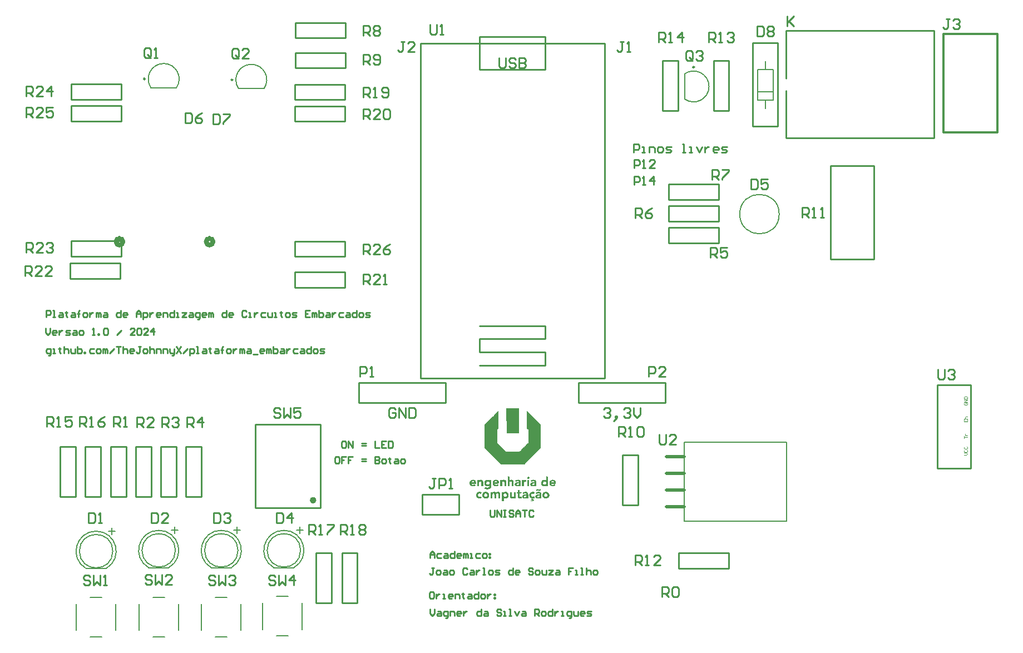
<source format=gto>
G04*
G04 #@! TF.GenerationSoftware,Altium Limited,CircuitMaker,2.2.1 (2.2.1.6)*
G04*
G04 Layer_Color=15132400*
%FSLAX25Y25*%
%MOIN*%
G70*
G04*
G04 #@! TF.SameCoordinates,4B569A1E-B195-418F-9F09-93343C68B421*
G04*
G04*
G04 #@! TF.FilePolarity,Positive*
G04*
G01*
G75*
%ADD10C,0.00591*%
%ADD11C,0.03000*%
%ADD12C,0.02000*%
%ADD13C,0.00800*%
%ADD14C,0.00984*%
%ADD15C,0.00787*%
%ADD16C,0.01000*%
%ADD17C,0.01181*%
%ADD18C,0.00500*%
%ADD19C,0.00394*%
G36*
X406376Y261730D02*
X406385Y258383D01*
Y258363D01*
X406365Y246754D01*
X398963Y246744D01*
X398913Y246774D01*
X398903Y261690D01*
X398943Y261750D01*
X406376Y261730D01*
D02*
G37*
G36*
X394217Y260221D02*
X394197Y249692D01*
X394167Y249642D01*
X394127Y249622D01*
X393698Y249192D01*
X393688Y249162D01*
X393648Y249142D01*
X393348Y248842D01*
X393308Y248822D01*
X393278Y248732D01*
X393258Y248593D01*
X393278Y248453D01*
X393258Y248253D01*
X393268Y247983D01*
X393258Y243877D01*
Y243857D01*
X393268Y241949D01*
X393258Y241939D01*
X393278Y241879D01*
X393258Y241839D01*
X393278Y241799D01*
X393258Y241739D01*
X393268Y241689D01*
X393258Y241599D01*
X393278Y241540D01*
X393258Y241380D01*
X393278Y241360D01*
X393258Y241320D01*
X393278Y241280D01*
X393258Y241220D01*
X393278Y241140D01*
X393298Y240980D01*
X393358Y240920D01*
X393378Y240880D01*
X393408Y240850D01*
X393438Y240840D01*
X393458Y240800D01*
X393558Y240720D01*
X393568Y240690D01*
X393608Y240670D01*
X393658Y240620D01*
X393668Y240590D01*
X393708Y240570D01*
X393758Y240521D01*
X393768Y240491D01*
X393808Y240471D01*
X393918Y240361D01*
X393937Y240321D01*
X394007Y240271D01*
X394137Y240141D01*
X394157Y240101D01*
X394217Y240061D01*
X394227Y240031D01*
X394267Y240011D01*
X394317Y239961D01*
X394337Y239921D01*
X394407Y239871D01*
X394427Y239831D01*
X394467Y239811D01*
X394517Y239761D01*
X394537Y239721D01*
X394607Y239671D01*
X394647Y239611D01*
X394687Y239591D01*
X394707Y239551D01*
X394747Y239531D01*
X394897Y239382D01*
X394917Y239342D01*
X394976Y239302D01*
X394997Y239262D01*
X395066Y239212D01*
X395106Y239152D01*
X395146Y239132D01*
X395196Y239082D01*
X395206Y239052D01*
X395246Y239032D01*
X395296Y238982D01*
X395306Y238952D01*
X395346Y238932D01*
X395396Y238882D01*
X395416Y238842D01*
X395456Y238822D01*
X395476Y238782D01*
X395596Y238682D01*
X395656Y238622D01*
X395676Y238582D01*
X395706Y238552D01*
X395736Y238542D01*
X395756Y238502D01*
X395856Y238422D01*
X395876Y238383D01*
X395956Y238323D01*
X395966Y238293D01*
X396006Y238273D01*
X396056Y238223D01*
X396065Y238193D01*
X396105Y238173D01*
X396155Y238123D01*
X396175Y238083D01*
X396245Y238013D01*
X396285Y237993D01*
X396415Y237863D01*
X396435Y237823D01*
X396465Y237793D01*
X396505Y237773D01*
X396545Y237713D01*
X396585Y237693D01*
X396615Y237663D01*
X396635Y237623D01*
X396705Y237573D01*
X396745Y237513D01*
X396785Y237493D01*
X396815Y237463D01*
X396835Y237423D01*
X396905Y237373D01*
X396945Y237314D01*
X396985Y237294D01*
X397024Y237234D01*
X397064Y237214D01*
X397194Y237084D01*
X397214Y237044D01*
X397244Y237014D01*
X397274Y237004D01*
X397294Y236964D01*
X397364Y236914D01*
X397394Y236884D01*
X397404Y236854D01*
X397444Y236834D01*
X397494Y236784D01*
X397504Y236754D01*
X397544Y236734D01*
X397594Y236684D01*
X397604Y236654D01*
X397644Y236634D01*
X397694Y236584D01*
X397714Y236544D01*
X397754Y236524D01*
X397774Y236484D01*
X397894Y236385D01*
X397954Y236325D01*
X397974Y236285D01*
X398004Y236255D01*
X398034Y236245D01*
X398054Y236205D01*
X398153Y236125D01*
X398173Y236085D01*
X398253Y236025D01*
X398263Y235995D01*
X398303Y235975D01*
X398353Y235925D01*
X398373Y235885D01*
X398453Y235825D01*
X398473Y235785D01*
X398593Y235685D01*
X398653Y235625D01*
X398663Y235595D01*
X398703Y235575D01*
X398783Y235495D01*
X406495Y235515D01*
X406575Y235595D01*
X406615Y235615D01*
X406705Y235705D01*
X406725Y235745D01*
X406755Y235775D01*
X406795Y235795D01*
X406825Y235825D01*
X406835Y235855D01*
X406875Y235875D01*
X406905Y235905D01*
X406915Y235935D01*
X406955Y235955D01*
X407005Y236005D01*
X407015Y236035D01*
X407055Y236055D01*
X407285Y236285D01*
X407305Y236325D01*
X407374Y236374D01*
X407434Y236454D01*
X407474Y236474D01*
X407584Y236584D01*
X407594Y236614D01*
X407634Y236634D01*
X407684Y236684D01*
X407694Y236714D01*
X407734Y236734D01*
X407764Y236764D01*
X407784Y236804D01*
X407904Y236904D01*
X408044Y237044D01*
X408064Y237084D01*
X408134Y237134D01*
X408164Y237164D01*
X408184Y237204D01*
X408214Y237234D01*
X408254Y237254D01*
X408344Y237344D01*
X408354Y237373D01*
X408393Y237393D01*
X408443Y237443D01*
X408453Y237473D01*
X408493Y237493D01*
X408543Y237543D01*
X408553Y237573D01*
X408593Y237593D01*
X408643Y237643D01*
X408653Y237673D01*
X408693Y237693D01*
X408803Y237803D01*
X408823Y237843D01*
X408923Y237923D01*
X408943Y237963D01*
X408973Y237993D01*
X409013Y238013D01*
X409123Y238123D01*
X409133Y238153D01*
X409173Y238173D01*
X409303Y238303D01*
X409323Y238343D01*
X409443Y238442D01*
X409582Y238582D01*
X409602Y238622D01*
X409672Y238672D01*
X409732Y238752D01*
X409772Y238772D01*
X409882Y238882D01*
X409892Y238912D01*
X409932Y238932D01*
X409982Y238982D01*
X409992Y239012D01*
X410032Y239032D01*
X410082Y239082D01*
X410092Y239112D01*
X410132Y239132D01*
X410342Y239342D01*
X410362Y239382D01*
X410462Y239461D01*
X410482Y239502D01*
X410511Y239531D01*
X410551Y239551D01*
X410661Y239661D01*
X410671Y239691D01*
X410711Y239711D01*
X410741Y239741D01*
X410751Y239771D01*
X410791Y239791D01*
X410841Y239841D01*
X410851Y239871D01*
X410891Y239891D01*
X411121Y240121D01*
X411141Y240161D01*
X411211Y240211D01*
X411271Y240291D01*
X411311Y240311D01*
X411421Y240421D01*
X411431Y240451D01*
X411471Y240471D01*
X411520Y240521D01*
X411530Y240550D01*
X411570Y240570D01*
X411600Y240600D01*
X411620Y240640D01*
X411720Y240720D01*
X411730Y240750D01*
X411770Y240770D01*
X412000Y241000D01*
X411980Y241260D01*
X411960Y248832D01*
X411840Y248932D01*
X411550Y249222D01*
X411511Y249242D01*
X411460Y249312D01*
X411401Y249352D01*
X411381Y249392D01*
X411081Y249692D01*
X411061Y249771D01*
X411071Y250141D01*
X411061Y260201D01*
X411091Y260231D01*
X411171Y260211D01*
X411271Y260091D01*
X411630Y259732D01*
X411660Y259722D01*
X411680Y259682D01*
X411710Y259652D01*
X411740Y259642D01*
X411760Y259602D01*
X411810Y259552D01*
X411850Y259532D01*
X411950Y259412D01*
X412469Y258893D01*
X412500Y258883D01*
X412520Y258843D01*
X412569Y258793D01*
X412609Y258773D01*
X412639Y258743D01*
X412659Y258703D01*
X413249Y258113D01*
X413279Y258103D01*
X413299Y258063D01*
X413349Y258014D01*
X413389Y257994D01*
X413439Y257924D01*
X414008Y257354D01*
X414038Y257344D01*
X414058Y257304D01*
X414108Y257254D01*
X414148Y257234D01*
X414248Y257114D01*
X414787Y256575D01*
X414817Y256565D01*
X414837Y256525D01*
X414867Y256495D01*
X414907Y256475D01*
X414937Y256445D01*
X414957Y256405D01*
X415547Y255816D01*
X415577Y255806D01*
X415596Y255766D01*
X415647Y255716D01*
X415686Y255696D01*
X415736Y255626D01*
X416306Y255056D01*
X416336Y255046D01*
X416356Y255006D01*
X416406Y254956D01*
X416446Y254937D01*
X416476Y254907D01*
X416496Y254867D01*
X417085Y254277D01*
X417115Y254267D01*
X417135Y254227D01*
X417185Y254177D01*
X417225Y254157D01*
X417275Y254087D01*
X417844Y253518D01*
X417874Y253508D01*
X417894Y253468D01*
X417944Y253418D01*
X417984Y253398D01*
X418034Y253328D01*
X418604Y252759D01*
X418634Y252749D01*
X418653Y252709D01*
X418704Y252659D01*
X418744Y252639D01*
X418773Y252609D01*
X418793Y252569D01*
X419383Y251979D01*
X419413Y251969D01*
X419433Y251929D01*
X419493Y251830D01*
X419503Y237973D01*
X419473Y237903D01*
X419383Y237793D01*
X418803Y237214D01*
X418773Y237204D01*
X418753Y237164D01*
X418044Y236454D01*
X418014Y236444D01*
X417994Y236404D01*
X416506Y234916D01*
X416476Y234906D01*
X416456Y234866D01*
X414967Y233377D01*
X414937Y233367D01*
X414917Y233327D01*
X411890Y230300D01*
X411860Y230290D01*
X411840Y230250D01*
X410372Y228782D01*
X410342Y228772D01*
X410322Y228732D01*
X410212Y228622D01*
X410172Y228602D01*
X410092Y228502D01*
X410052Y228482D01*
X410002Y228412D01*
X409632Y228043D01*
X409552Y228023D01*
X402829Y228033D01*
X402519Y228023D01*
X402479Y228043D01*
X402419Y228023D01*
X395626Y228043D01*
X395496Y228172D01*
X395476Y228212D01*
X395356Y228312D01*
X394976Y228692D01*
X394957Y228732D01*
X394807Y228882D01*
X394767Y228902D01*
X394737Y228932D01*
X394717Y228972D01*
X394597Y229072D01*
X394467Y229202D01*
X394437Y229211D01*
X394417Y229251D01*
X394217Y229451D01*
X394197Y229491D01*
X394027Y229661D01*
X393987Y229681D01*
X393948Y229741D01*
X393908Y229761D01*
X393708Y229961D01*
X393678Y229971D01*
X393658Y230011D01*
X393458Y230210D01*
X393438Y230250D01*
X393248Y230440D01*
X393208Y230460D01*
X393168Y230520D01*
X393128Y230540D01*
X392949Y230720D01*
X392909Y230740D01*
X392809Y230860D01*
X392699Y230970D01*
X392679Y231010D01*
X392489Y231200D01*
X392449Y231220D01*
X392409Y231279D01*
X392369Y231299D01*
X392169Y231499D01*
X392139Y231509D01*
X392119Y231549D01*
X391919Y231749D01*
X391899Y231789D01*
X391730Y231959D01*
X391690Y231979D01*
X391660Y232009D01*
X391650Y232039D01*
X391610Y232059D01*
X391410Y232259D01*
X391370Y232278D01*
X391320Y232348D01*
X391160Y232508D01*
X391140Y232548D01*
X390950Y232738D01*
X390911Y232758D01*
X390870Y232818D01*
X390830Y232838D01*
X390631Y233038D01*
X390601Y233048D01*
X390581Y233088D01*
X390381Y233288D01*
X390361Y233327D01*
X390191Y233497D01*
X390151Y233517D01*
X390111Y233577D01*
X390071Y233597D01*
X389872Y233797D01*
X389842Y233807D01*
X389822Y233847D01*
X389622Y234047D01*
X389602Y234087D01*
X389412Y234277D01*
X389372Y234296D01*
X389332Y234356D01*
X389292Y234376D01*
X389112Y234556D01*
X389072Y234576D01*
X389022Y234646D01*
X388862Y234806D01*
X388843Y234846D01*
X388653Y235036D01*
X388613Y235056D01*
X388573Y235116D01*
X388533Y235136D01*
X388333Y235335D01*
X388303Y235346D01*
X388283Y235385D01*
X388083Y235585D01*
X388063Y235625D01*
X387893Y235795D01*
X387853Y235815D01*
X387824Y235845D01*
X387813Y235875D01*
X387773Y235895D01*
X387574Y236095D01*
X387534Y236115D01*
X387484Y236185D01*
X387324Y236345D01*
X387304Y236385D01*
X387114Y236574D01*
X387074Y236594D01*
X387034Y236654D01*
X386994Y236674D01*
X386794Y236874D01*
X386765Y236884D01*
X386744Y236924D01*
X386545Y237124D01*
X386525Y237164D01*
X386355Y237334D01*
X386315Y237353D01*
X386285Y237384D01*
X386265Y237423D01*
X386145Y237523D01*
X386085Y237563D01*
X386065Y237603D01*
X385805Y237863D01*
X385785Y237943D01*
X385795Y241809D01*
X385785Y251210D01*
X385805Y251270D01*
X385785Y251410D01*
X385795Y251760D01*
X385785Y251869D01*
X385965Y252049D01*
X385985Y252089D01*
X386105Y252189D01*
X386385Y252469D01*
X386395Y252499D01*
X386435Y252519D01*
X386724Y252808D01*
X386744Y252849D01*
X386864Y252948D01*
X387504Y253588D01*
X387514Y253618D01*
X387554Y253638D01*
X388263Y254347D01*
X388283Y254387D01*
X388403Y254487D01*
X388783Y254867D01*
X388792Y254896D01*
X388832Y254917D01*
X389022Y255106D01*
X389042Y255146D01*
X389162Y255246D01*
X389802Y255886D01*
X389822Y255925D01*
X389892Y255976D01*
X390221Y256305D01*
X390231Y256335D01*
X390271Y256355D01*
X390561Y256645D01*
X390581Y256685D01*
X390651Y256735D01*
X391340Y257424D01*
X391350Y257454D01*
X391390Y257474D01*
X391740Y257824D01*
X391750Y257854D01*
X391790Y257874D01*
X392099Y258183D01*
X392119Y258223D01*
X392189Y258273D01*
X392619Y258703D01*
X392629Y258733D01*
X392669Y258753D01*
X392859Y258943D01*
X392879Y258982D01*
X392949Y259033D01*
X393398Y259482D01*
X393408Y259512D01*
X393448Y259532D01*
X393638Y259722D01*
X393658Y259762D01*
X393778Y259862D01*
X394077Y260161D01*
X394097Y260201D01*
X394167Y260271D01*
X394217Y260221D01*
D02*
G37*
G36*
X412110Y220590D02*
X412250Y220530D01*
X412350Y220470D01*
X412460Y220380D01*
X412469Y220370D01*
X412500Y220340D01*
X412520Y220300D01*
X412599Y220180D01*
X412619Y220100D01*
X412639Y219900D01*
X412609Y219671D01*
X412579Y219641D01*
X412560Y219601D01*
X412509Y219491D01*
X412469Y219471D01*
X412390Y219391D01*
X412350Y219371D01*
X412230Y219291D01*
X412010Y219231D01*
X411950Y219251D01*
X411770Y219271D01*
X411710Y219291D01*
X411630Y219311D01*
X411550Y219391D01*
X411511Y219411D01*
X411401Y219521D01*
X411381Y219601D01*
X411301Y219721D01*
X411321Y220160D01*
X411381Y220220D01*
X411401Y220300D01*
X411550Y220450D01*
X411590Y220470D01*
X411630Y220510D01*
X411730Y220550D01*
X411840Y220580D01*
X411930Y220610D01*
X412110Y220590D01*
D02*
G37*
G36*
X423779Y220790D02*
X423789Y220240D01*
Y220220D01*
X423769Y215005D01*
X423739Y214975D01*
X422760Y214995D01*
X422730Y215085D01*
X422710Y215365D01*
X422660Y215375D01*
X422590Y215325D01*
X422570Y215285D01*
X422530Y215245D01*
X422510Y215205D01*
X422350Y215105D01*
X422320Y215075D01*
X422260Y215055D01*
X422140Y214975D01*
X422020Y214955D01*
X421880Y214895D01*
X421561Y214875D01*
X421141Y214895D01*
X421081Y214915D01*
X421001Y214935D01*
X420901Y214975D01*
X420791Y215005D01*
X420761Y215035D01*
X420602Y215095D01*
X420562Y215135D01*
X420522Y215155D01*
X420422Y215215D01*
X420362Y215275D01*
X420322Y215295D01*
X420152Y215465D01*
X420132Y215505D01*
X420042Y215615D01*
X419942Y215774D01*
X419882Y215934D01*
X419852Y215964D01*
X419822Y216094D01*
X419802Y216174D01*
X419753Y216284D01*
X419733Y216424D01*
X419753Y217383D01*
X419812Y217523D01*
X419832Y217603D01*
X419882Y217733D01*
X419912Y217763D01*
X419932Y217843D01*
X420032Y218002D01*
X420052Y218082D01*
X420132Y218162D01*
X420152Y218202D01*
X420192Y218242D01*
X420212Y218282D01*
X420282Y218352D01*
X420322Y218372D01*
X420342Y218412D01*
X420382Y218432D01*
X420462Y218512D01*
X420562Y218572D01*
X420602Y218612D01*
X420821Y218712D01*
X420941Y218732D01*
X421001Y218792D01*
X421501Y218811D01*
X421880Y218792D01*
X422020Y218732D01*
X422180Y218692D01*
X422300Y218612D01*
X422360Y218592D01*
X422420Y218532D01*
X422510Y218482D01*
X422530Y218442D01*
X422560Y218412D01*
X422620Y218432D01*
X422650Y218522D01*
X422630Y218961D01*
X422650Y220780D01*
X422680Y220810D01*
X423779Y220790D01*
D02*
G37*
G36*
X397804Y218792D02*
X397864Y218772D01*
X398004Y218712D01*
X398124Y218692D01*
X398153Y218662D01*
X398163Y218632D01*
X398243Y218612D01*
X398313Y218562D01*
X398333Y218522D01*
X398433Y218442D01*
X398453Y218382D01*
X398533Y218302D01*
X398553Y218242D01*
X398613Y218182D01*
X398643Y218012D01*
X398713Y217843D01*
X398733Y217583D01*
X398753Y217443D01*
X398733Y215005D01*
X398703Y214975D01*
X397624Y214995D01*
X397594Y215085D01*
X397614Y215145D01*
X397594Y217243D01*
X397574Y217303D01*
X397554Y217423D01*
X397494Y217523D01*
X397474Y217563D01*
X397444Y217613D01*
X397404Y217633D01*
X397344Y217713D01*
X397304Y217733D01*
X397204Y217773D01*
X396885Y217793D01*
X396825Y217773D01*
X396705Y217753D01*
X396565Y217653D01*
X396525Y217633D01*
X396425Y217513D01*
X396405Y217413D01*
X396335Y217283D01*
X396315Y217023D01*
X396295Y214985D01*
X396245Y214955D01*
X396185Y214975D01*
X395166Y214995D01*
X395136Y215065D01*
X395156Y215125D01*
X395146Y218432D01*
X395156Y218482D01*
Y218502D01*
X395146Y218632D01*
X395166Y218692D01*
X395306Y218732D01*
X395446Y218712D01*
X396016Y218722D01*
X396235Y218702D01*
X396275Y218662D01*
X396255Y218462D01*
X396275Y218362D01*
X396365Y218352D01*
X396415Y218402D01*
X396455Y218502D01*
X396555Y218542D01*
X396625Y218612D01*
X396885Y218732D01*
X397024Y218792D01*
X397224Y218811D01*
X397804Y218792D01*
D02*
G37*
G36*
X384077D02*
X384217Y218712D01*
X384317Y218692D01*
X384377Y218632D01*
X384457Y218612D01*
X384497Y218592D01*
X384527Y218562D01*
X384547Y218522D01*
X384627Y218462D01*
X384637Y218432D01*
X384677Y218412D01*
X384706Y218382D01*
X384727Y218302D01*
X384786Y218242D01*
X384816Y218112D01*
X384906Y217882D01*
X384926Y217683D01*
X384956Y217553D01*
X384976Y217453D01*
X384986Y215045D01*
X384936Y214975D01*
X383857Y214995D01*
X383827Y215085D01*
X383837Y216933D01*
X383817Y217053D01*
X383797Y217153D01*
X383777Y217333D01*
X383757Y217413D01*
X383687Y217543D01*
X383628Y217643D01*
X383598Y217673D01*
X383558Y217693D01*
X383498Y217753D01*
X383358Y217773D01*
X383098Y217793D01*
X382968Y217763D01*
X382868Y217723D01*
X382838Y217693D01*
X382798Y217673D01*
X382708Y217603D01*
X382688Y217563D01*
X382628Y217503D01*
X382609Y217423D01*
X382559Y217293D01*
X382529Y217183D01*
X382509Y216744D01*
X382489Y214985D01*
X382439Y214955D01*
X382379Y214975D01*
X381380Y214995D01*
X381370Y217922D01*
Y217942D01*
X381390Y218702D01*
X381480Y218732D01*
X381620Y218712D01*
X382439Y218692D01*
X382459Y218352D01*
X382519Y218332D01*
X382579Y218352D01*
X382609Y218382D01*
X382668Y218482D01*
X382698Y218512D01*
X382798Y218572D01*
X382838Y218612D01*
X383058Y218712D01*
X383198Y218772D01*
X383278Y218792D01*
X383418Y218811D01*
X384077Y218792D01*
D02*
G37*
G36*
X410831D02*
X410881Y218742D01*
X410861Y217782D01*
X410831Y217753D01*
X410501Y217782D01*
X410172Y217793D01*
X410112Y217773D01*
X409932Y217753D01*
X409892Y217713D01*
X409792Y217673D01*
X409692Y217613D01*
X409632Y217553D01*
X409592Y217533D01*
X409492Y217373D01*
X409462Y217283D01*
X409433Y217133D01*
X409382Y216963D01*
X409363Y215005D01*
X409333Y214975D01*
X408234Y214995D01*
X408214Y215075D01*
X408224Y216843D01*
Y216863D01*
X408214Y218392D01*
X408224Y218602D01*
X408204Y218622D01*
X408254Y218712D01*
X408334Y218732D01*
X408473Y218712D01*
X408923Y218722D01*
X409253Y218712D01*
X409293Y218732D01*
X409363Y218702D01*
X409382Y218622D01*
X409373Y218272D01*
X409392Y218232D01*
X409452Y218252D01*
X409552Y218372D01*
X409662Y218482D01*
X409682Y218522D01*
X409772Y218612D01*
X409862Y218662D01*
X409872Y218692D01*
X410062Y218762D01*
X410152Y218792D01*
X410352Y218811D01*
X410831Y218792D01*
D02*
G37*
G36*
X415626D02*
X415686Y218772D01*
X415906Y218712D01*
X416036Y218662D01*
X416066Y218632D01*
X416246Y218532D01*
X416386Y218432D01*
X416436Y218362D01*
X416476Y218322D01*
X416496Y218282D01*
X416556Y218222D01*
X416655Y218002D01*
X416676Y217902D01*
X416735Y217803D01*
X416755Y217663D01*
X416785Y217433D01*
X416815Y217323D01*
X416795Y214985D01*
X415816D01*
X415776Y215005D01*
X415756Y215085D01*
X415776Y215165D01*
X415756Y215325D01*
X415666Y215335D01*
X415596Y215265D01*
X415577Y215225D01*
X415527Y215175D01*
X415487Y215155D01*
X415427Y215095D01*
X415167Y214975D01*
X415047Y214955D01*
X415007Y214915D01*
X414927Y214895D01*
X414488Y214875D01*
X414128Y214895D01*
X414028Y214955D01*
X413948Y214975D01*
X413838Y215005D01*
X413788Y215055D01*
X413648Y215135D01*
X413539Y215225D01*
X413419Y215345D01*
X413399Y215385D01*
X413339Y215445D01*
X413299Y215545D01*
X413279Y215625D01*
X413219Y215764D01*
X413199Y216144D01*
X413219Y216224D01*
X413239Y216424D01*
X413279Y216464D01*
X413349Y216654D01*
X413379Y216664D01*
X413399Y216704D01*
X413459Y216804D01*
X413528Y216853D01*
X413598Y216923D01*
X413608Y216953D01*
X413748Y217033D01*
X413888Y217093D01*
X413948Y217113D01*
X413988Y217153D01*
X414068Y217173D01*
X414148D01*
X414158Y217183D01*
X414258Y217223D01*
X414348Y217253D01*
X414488Y217273D01*
X414747Y217293D01*
X414877Y217343D01*
X414967Y217353D01*
X415027Y217333D01*
X415107Y217353D01*
X415556Y217363D01*
X415626Y217353D01*
X415716Y217383D01*
X415736Y217463D01*
X415696Y217643D01*
X415657Y217683D01*
X415636Y217723D01*
X415566Y217812D01*
X415527Y217832D01*
X415427Y217932D01*
X415237Y218002D01*
X415147Y218032D01*
X414897Y218042D01*
X414797Y218022D01*
X414667Y217972D01*
X414537Y217942D01*
X414488Y217892D01*
X414388Y217852D01*
X414348Y217832D01*
X414308Y217793D01*
X414268Y217773D01*
X414198Y217723D01*
X414178Y217683D01*
X414048Y217613D01*
X414008Y217633D01*
X413688Y217952D01*
X413648Y217972D01*
X413618Y218002D01*
X413598Y218042D01*
X413459Y218182D01*
X413479Y218262D01*
X413528Y218312D01*
X413618Y218362D01*
X413638Y218402D01*
X413798Y218502D01*
X413928Y218552D01*
X413968Y218592D01*
X414048Y218612D01*
X414148Y218652D01*
X414288Y218712D01*
X414458Y218742D01*
X414558Y218782D01*
X414827Y218811D01*
X415626Y218792D01*
D02*
G37*
G36*
X406335D02*
X406515Y218712D01*
X406655Y218692D01*
X406695Y218652D01*
X406795Y218612D01*
X406895Y218552D01*
X406935Y218512D01*
X406975Y218492D01*
X407145Y218322D01*
X407165Y218282D01*
X407245Y218162D01*
X407265Y218122D01*
X407344Y217942D01*
X407374Y217812D01*
X407414Y217713D01*
X407434Y217633D01*
X407454Y217273D01*
X407474Y217073D01*
X407484Y215025D01*
X407454Y214995D01*
X407374Y214975D01*
X406995D01*
X406415Y214995D01*
X406395Y215315D01*
X406355Y215355D01*
X406316Y215335D01*
X406286Y215305D01*
X406226Y215205D01*
X406116Y215135D01*
X406056Y215075D01*
X405976Y215055D01*
X405936Y215015D01*
X405836Y214975D01*
X405676Y214935D01*
X405576Y214895D01*
X405197Y214875D01*
X404817Y214895D01*
X404717Y214935D01*
X404527Y215005D01*
X404357Y215095D01*
X404318Y215135D01*
X404278Y215155D01*
X404168Y215245D01*
X404088Y215325D01*
X404068Y215365D01*
X404028Y215405D01*
X403908Y215665D01*
X403878Y215894D01*
X403868Y216164D01*
X403888Y216224D01*
X403908Y216404D01*
X403948Y216504D01*
X404068Y216724D01*
X404108Y216763D01*
X404128Y216804D01*
X404158Y216833D01*
X404198Y216853D01*
X404318Y216973D01*
X404417Y217013D01*
X404477Y217073D01*
X404587Y217103D01*
X404617Y217133D01*
X404717Y217173D01*
X404837Y217193D01*
X404977Y217253D01*
X405267Y217283D01*
X405466Y217323D01*
X405686Y217343D01*
X406026Y217363D01*
X406256Y217373D01*
X406316Y217353D01*
X406405Y217403D01*
X406385Y217603D01*
X406325Y217663D01*
X406306Y217743D01*
X406216Y217832D01*
X406116Y217892D01*
X406056Y217952D01*
X405926Y217982D01*
X405816Y218032D01*
X405696Y218052D01*
X405636Y218032D01*
X405396Y218012D01*
X405257Y217952D01*
X405177Y217932D01*
X405137Y217892D01*
X404997Y217812D01*
X404957Y217773D01*
X404857Y217713D01*
X404827Y217683D01*
X404817Y217653D01*
X404777Y217633D01*
X404737Y217593D01*
X404677Y217613D01*
X404487Y217803D01*
X404467Y217843D01*
X404158Y218152D01*
X404128Y218162D01*
X404118Y218212D01*
X404168Y218282D01*
X404198Y218312D01*
X404238Y218332D01*
X404318Y218412D01*
X404417Y218452D01*
X404477Y218512D01*
X404577Y218552D01*
X404617Y218592D01*
X404747Y218622D01*
X404877Y218692D01*
X405067Y218722D01*
X405197Y218772D01*
X405276Y218792D01*
X405716Y218811D01*
X406335Y218792D01*
D02*
G37*
G36*
X427175D02*
X427275Y218732D01*
X427355Y218712D01*
X427475Y218692D01*
X427535Y218632D01*
X427665Y218582D01*
X427715Y218532D01*
X427755Y218512D01*
X427935Y218372D01*
X427964Y218342D01*
X427985Y218302D01*
X428084Y218202D01*
X428104Y218162D01*
X428144Y218122D01*
X428224Y217982D01*
X428264Y217882D01*
X428364Y217663D01*
X428384Y217523D01*
X428424Y217423D01*
X428444Y217343D01*
X428464Y216843D01*
X428444Y216524D01*
X428394Y216474D01*
X427825Y216484D01*
X427395Y216474D01*
X427335Y216494D01*
X427275Y216474D01*
X427105Y216484D01*
X426376Y216474D01*
X426316Y216494D01*
X426236Y216474D01*
X425897Y216494D01*
X425807Y216444D01*
X425827Y216324D01*
X425867Y216224D01*
X425886Y216184D01*
X425947Y216124D01*
X425966Y216084D01*
X426056Y215974D01*
X426096Y215934D01*
X426196Y215874D01*
X426416Y215774D01*
X426556Y215755D01*
X426636Y215735D01*
X426866Y215764D01*
X426975Y215814D01*
X427055Y215834D01*
X427095Y215854D01*
X427155Y215914D01*
X427245Y215964D01*
X427255Y215994D01*
X427355Y216054D01*
X427425Y216124D01*
X427445Y216164D01*
X427535Y216174D01*
X427975Y215854D01*
X427985Y215844D01*
X428084Y215785D01*
X428094Y215755D01*
X428194Y215695D01*
X428284Y215625D01*
X428264Y215545D01*
X428234Y215515D01*
X428194Y215495D01*
X428164Y215465D01*
X428144Y215425D01*
X428094Y215375D01*
X428054Y215355D01*
X428005Y215325D01*
X427994Y215295D01*
X427954Y215275D01*
X427815Y215175D01*
X427435Y214995D01*
X427355Y214975D01*
X427245Y214945D01*
X427145Y214905D01*
X426876Y214875D01*
X426216Y214895D01*
X426036Y214975D01*
X425877Y214995D01*
X425757Y215075D01*
X425627Y215105D01*
X425577Y215155D01*
X425477Y215215D01*
X425437Y215255D01*
X425327Y215305D01*
X425307Y215345D01*
X425207Y215405D01*
X425187Y215445D01*
X425007Y215625D01*
X424947Y215724D01*
X424848Y215864D01*
X424827Y215924D01*
X424788Y216024D01*
X424728Y216164D01*
X424708Y216244D01*
X424648Y216464D01*
X424628Y216544D01*
X424618Y216913D01*
X424638Y217173D01*
X424668Y217343D01*
X424708Y217443D01*
X424738Y217573D01*
X424858Y217812D01*
X424907Y217902D01*
X424928Y217942D01*
X425027Y218082D01*
X425047Y218122D01*
X425107Y218162D01*
X425127Y218202D01*
X425207Y218262D01*
X425227Y218302D01*
X425327Y218362D01*
X425337Y218392D01*
X425377Y218412D01*
X425627Y218582D01*
X425707Y218602D01*
X425916Y218692D01*
X425996Y218712D01*
X426106Y218742D01*
X426236Y218792D01*
X426616Y218811D01*
X427175Y218792D01*
D02*
G37*
G36*
X393128D02*
X393308Y218712D01*
X393428Y218692D01*
X393488Y218632D01*
X393618Y218582D01*
X393648Y218552D01*
X393688Y218532D01*
X393798Y218442D01*
X393828Y218412D01*
X393868Y218392D01*
X393898Y218362D01*
X393918Y218322D01*
X393948Y218292D01*
X393987Y218272D01*
X394057Y218162D01*
X394117Y218102D01*
X394157Y218002D01*
X394197Y217962D01*
X394247Y217832D01*
X394277Y217803D01*
X394297Y217723D01*
X394337Y217543D01*
X394377Y217443D01*
X394397Y217363D01*
X394417Y217163D01*
X394437Y216604D01*
X394417Y216524D01*
X394387Y216494D01*
X394307Y216474D01*
X394247Y216494D01*
X393738Y216484D01*
X393628Y216494D01*
X393568Y216474D01*
X392918Y216484D01*
X392669Y216474D01*
X392649Y216494D01*
X392589Y216474D01*
X392419Y216484D01*
X392269Y216474D01*
X392209Y216494D01*
X392069Y216474D01*
X391899Y216484D01*
X391800Y216464D01*
X391780Y216404D01*
X391800Y216284D01*
X391880Y216144D01*
X391969Y216034D01*
X391999Y216004D01*
X392019Y215964D01*
X392049Y215934D01*
X392149Y215874D01*
X392289Y215814D01*
X392419Y215764D01*
X392499Y215744D01*
X392729Y215735D01*
X392789Y215755D01*
X392929Y215814D01*
X393008Y215834D01*
X393048Y215854D01*
X393168Y215934D01*
X393208Y215954D01*
X393288Y216034D01*
X393328Y216054D01*
X393358Y216084D01*
X393408Y216174D01*
X393438Y216184D01*
X393448Y216194D01*
X393508Y216174D01*
X393548Y216134D01*
X393648Y216074D01*
X393708Y216014D01*
X393808Y215954D01*
X393918Y215884D01*
X393928Y215854D01*
X393968Y215834D01*
X394077Y215744D01*
X394107Y215715D01*
X394147Y215695D01*
X394187Y215655D01*
X394217Y215645D01*
X394237Y215585D01*
X394167Y215495D01*
X394127Y215475D01*
X394077Y215405D01*
X394047Y215375D01*
X394007Y215355D01*
X393928Y215275D01*
X393888Y215255D01*
X393848Y215215D01*
X393668Y215115D01*
X393528Y215055D01*
X393488Y215035D01*
X393348Y214975D01*
X393228Y214955D01*
X393088Y214895D01*
X392529Y214875D01*
X392169Y214895D01*
X391989Y214975D01*
X391820Y215005D01*
X391770Y215055D01*
X391650Y215075D01*
X391510Y215175D01*
X391410Y215235D01*
X391270Y215335D01*
X391160Y215425D01*
X390980Y215605D01*
X390960Y215645D01*
X390861Y215785D01*
X390841Y215824D01*
X390801Y215864D01*
X390781Y215944D01*
X390681Y216164D01*
X390651Y216294D01*
X390621Y216384D01*
X390601Y216464D01*
X390581Y216664D01*
X390601Y217243D01*
X390641Y217343D01*
X390661Y217423D01*
X390711Y217633D01*
X390761Y217683D01*
X390781Y217763D01*
X390861Y217882D01*
X390880Y217962D01*
X390960Y218042D01*
X391010Y218132D01*
X391050Y218152D01*
X391080Y218182D01*
X391090Y218212D01*
X391130Y218232D01*
X391270Y218372D01*
X391310Y218392D01*
X391420Y218482D01*
X391540Y218542D01*
X391590Y218592D01*
X391670Y218612D01*
X391850Y218692D01*
X391930Y218712D01*
X392049Y218732D01*
X392189Y218792D01*
X392569Y218811D01*
X393128Y218792D01*
D02*
G37*
G36*
X379322D02*
X379462Y218732D01*
X379541Y218712D01*
X379671Y218662D01*
X379841Y218572D01*
X379901Y218512D01*
X379961Y218492D01*
X380021Y218432D01*
X380061Y218412D01*
X380211Y218262D01*
X380231Y218222D01*
X380291Y218162D01*
X380331Y218062D01*
X380411Y217942D01*
X380431Y217863D01*
X380471Y217823D01*
X380511Y217723D01*
X380531Y217603D01*
X380591Y217463D01*
X380621Y217133D01*
X380630Y216544D01*
X380580Y216494D01*
X380501Y216474D01*
X380441Y216494D01*
X380111Y216484D01*
X380061Y216494D01*
X380001Y216474D01*
X379651Y216484D01*
X379342Y216474D01*
X379282Y216494D01*
X378822Y216474D01*
X378782Y216494D01*
X378722Y216474D01*
X378433Y216484D01*
X378323Y216474D01*
X378263Y216494D01*
X378123Y216474D01*
X378003Y216454D01*
X377993Y216304D01*
X378093Y216164D01*
X378113Y216104D01*
X378213Y216004D01*
X378233Y215964D01*
X378263Y215934D01*
X378403Y215854D01*
X378502Y215814D01*
X378632Y215764D01*
X378742Y215735D01*
X379022Y215755D01*
X379162Y215814D01*
X379342Y215914D01*
X379482Y216014D01*
X379521Y216034D01*
X379581Y216134D01*
X379621Y216154D01*
X379661Y216194D01*
X379721Y216174D01*
X379761Y216134D01*
X379801Y216114D01*
X379881Y216034D01*
X379981Y215974D01*
X380161Y215834D01*
X380371Y215705D01*
X380391Y215665D01*
X380461Y215615D01*
X380471Y215585D01*
X380261Y215375D01*
X380221Y215355D01*
X380141Y215275D01*
X380041Y215215D01*
X379901Y215135D01*
X379861Y215095D01*
X379781Y215075D01*
X379561Y214975D01*
X379422Y214955D01*
X379282Y214895D01*
X378902Y214875D01*
X378562Y214895D01*
X378542D01*
X378343Y214915D01*
X378243Y214955D01*
X378163Y214975D01*
X378043Y214995D01*
X377983Y215055D01*
X377823Y215095D01*
X377783Y215135D01*
X377603Y215235D01*
X377563Y215275D01*
X377523Y215295D01*
X377414Y215385D01*
X377174Y215625D01*
X377114Y215724D01*
X377074Y215764D01*
X377014Y215864D01*
X376974Y215964D01*
X376924Y216094D01*
X376894Y216124D01*
X376874Y216204D01*
X376854Y216344D01*
X376814Y216444D01*
X376774Y216724D01*
X376794Y217143D01*
X376814Y217203D01*
X376834Y217283D01*
X376854Y217403D01*
X376874Y217463D01*
X376894Y217563D01*
X376974Y217743D01*
X376994Y217782D01*
X377054Y217843D01*
X377074Y217922D01*
X377134Y217982D01*
X377204Y218112D01*
X377244Y218132D01*
X377444Y218332D01*
X377484Y218352D01*
X377563Y218432D01*
X377743Y218532D01*
X377783Y218572D01*
X377883Y218612D01*
X377943Y218632D01*
X378043Y218692D01*
X378183Y218712D01*
X378283Y218752D01*
X378423Y218792D01*
X378802Y218811D01*
X379322Y218792D01*
D02*
G37*
G36*
X412539Y218682D02*
X412520Y214985D01*
X411431Y214975D01*
X411381Y215025D01*
Y216963D01*
Y216983D01*
X411401Y218682D01*
X411431Y218712D01*
X412479Y218722D01*
X412539Y218682D01*
D02*
G37*
G36*
X399762Y220810D02*
X400721Y220790D01*
X400751Y220760D01*
Y218782D01*
X400741Y218772D01*
X400731Y218722D01*
X400751Y218662D01*
X400741Y218372D01*
X400761Y218312D01*
X400821Y218332D01*
X400871Y218402D01*
X401031Y218562D01*
X401041Y218592D01*
X401340Y218732D01*
X401420Y218752D01*
X401460Y218792D01*
X401660Y218811D01*
X402299Y218792D01*
X402479Y218712D01*
X402559Y218692D01*
X402679Y218612D01*
X402719Y218592D01*
X402779Y218532D01*
X402819Y218512D01*
X402849Y218482D01*
X402869Y218442D01*
X402949Y218362D01*
X402969Y218322D01*
X403009Y218282D01*
X403029Y218202D01*
X403109Y218022D01*
X403129Y217942D01*
X403149Y217803D01*
X403208Y217563D01*
X403229Y217303D01*
X403208Y214985D01*
X402120Y214975D01*
X402070Y215025D01*
X402090Y215285D01*
X402070Y217063D01*
X402050Y217123D01*
X402010Y217383D01*
X401990Y217443D01*
X401910Y217583D01*
X401820Y217693D01*
X401780Y217733D01*
X401640Y217773D01*
X401440Y217793D01*
X401191Y217763D01*
X401111Y217723D01*
X401101Y217693D01*
X400961Y217613D01*
X400881Y217493D01*
X400851Y217463D01*
X400811Y217303D01*
X400781Y217153D01*
X400761Y217073D01*
X400741Y215015D01*
X400701Y214975D01*
X399612Y214985D01*
X399592Y215125D01*
X399612Y220800D01*
X399702Y220830D01*
X399762Y220810D01*
D02*
G37*
G36*
X387793Y218792D02*
X387893Y218752D01*
X388033Y218712D01*
X388093Y218692D01*
X388133Y218652D01*
X388213Y218632D01*
X388313Y218592D01*
X388373Y218532D01*
X388413Y218512D01*
X388523Y218422D01*
X388593Y218332D01*
X388683Y218342D01*
X388703Y218682D01*
X388733Y218712D01*
X389602Y218722D01*
X389752Y218692D01*
X389782Y218662D01*
Y215785D01*
Y215764D01*
X389762Y215125D01*
X389742Y215065D01*
X389722Y214705D01*
X389702Y214646D01*
X389682Y214486D01*
X389622Y214346D01*
X389592Y214216D01*
X389522Y214086D01*
X389502Y214026D01*
X389462Y213986D01*
X389442Y213946D01*
X389312Y213756D01*
X389242Y213686D01*
X389222Y213647D01*
X389192Y213617D01*
X389162Y213607D01*
X389142Y213567D01*
X389112Y213537D01*
X388713Y213297D01*
X388653Y213277D01*
X388573Y213257D01*
X388443Y213207D01*
X388353Y213177D01*
X388213Y213157D01*
X388053Y213137D01*
X387993Y213117D01*
X387734Y213097D01*
X387674Y213077D01*
X387294Y213097D01*
X387234Y213117D01*
X386744Y213167D01*
X386645Y213187D01*
X386535Y213237D01*
X386365Y213267D01*
X386235Y213337D01*
X386155Y213357D01*
X385895Y213497D01*
X385855Y213537D01*
X385755Y213597D01*
X385705Y213647D01*
X385725Y213706D01*
X385825Y213846D01*
X385845Y213886D01*
X385885Y213926D01*
X385945Y214026D01*
X386025Y214166D01*
X386065Y214206D01*
X386125Y214306D01*
X386165Y214346D01*
X386185Y214386D01*
X386245Y214446D01*
X386265Y214526D01*
X386285Y214566D01*
X386395Y214576D01*
X386475Y214496D01*
X386575Y214436D01*
X386615Y214396D01*
X386715Y214356D01*
X386754Y214316D01*
X386884Y214266D01*
X386974Y214216D01*
X387054Y214196D01*
X387214Y214176D01*
X387254Y214136D01*
X387454Y214116D01*
X387813Y214136D01*
X387873Y214156D01*
X388033Y214196D01*
X388253Y214316D01*
X388313Y214376D01*
X388353Y214396D01*
X388383Y214426D01*
X388403Y214466D01*
X388463Y214526D01*
X388513Y214656D01*
X388543Y214686D01*
X388563Y214766D01*
X388583Y214905D01*
X388603Y214965D01*
X388583Y215105D01*
X388603Y215185D01*
X388583Y215305D01*
X388493Y215315D01*
X388443Y215265D01*
X388423Y215225D01*
X388393Y215195D01*
X388293Y215135D01*
X388233Y215075D01*
X388113Y215055D01*
X388053Y214995D01*
X387973Y214975D01*
X387773Y214955D01*
X387714Y214935D01*
X387634Y214915D01*
X387174Y214935D01*
X387074Y214975D01*
X386874Y214995D01*
X386774Y215055D01*
X386645Y215105D01*
X386515Y215175D01*
X386475Y215195D01*
X386415Y215255D01*
X386375Y215275D01*
X386265Y215365D01*
X386235Y215395D01*
X386195Y215415D01*
X386165Y215445D01*
X386145Y215485D01*
X386085Y215545D01*
X386025Y215645D01*
X385985Y215685D01*
X385925Y215785D01*
X385865Y215924D01*
X385785Y216104D01*
X385746Y216264D01*
X385705Y216364D01*
X385686Y216504D01*
X385705Y217383D01*
X385766Y217523D01*
X385785Y217603D01*
X385805Y217703D01*
X385865Y217763D01*
X385895Y217872D01*
X386015Y218072D01*
X386095Y218192D01*
X386165Y218262D01*
X386185Y218302D01*
X386215Y218332D01*
X386245Y218342D01*
X386265Y218382D01*
X386315Y218432D01*
X386355Y218452D01*
X386435Y218532D01*
X386475Y218552D01*
X386515Y218592D01*
X386595Y218612D01*
X386655Y218672D01*
X386794Y218712D01*
X386904Y218742D01*
X387014Y218792D01*
X387274Y218811D01*
X387793Y218792D01*
D02*
G37*
G36*
X419573Y213147D02*
X419553Y212987D01*
X419533Y212927D01*
X419513Y212807D01*
X419473Y212767D01*
X419433Y212628D01*
X419403Y212558D01*
X419363Y212538D01*
X419263Y212378D01*
X419183Y212298D01*
X419103Y212278D01*
X419043Y212218D01*
X418883Y212158D01*
X418783Y212118D01*
X418584Y212138D01*
X418504Y212118D01*
X418354Y212148D01*
X418264Y212178D01*
X418184Y212198D01*
X418004Y212278D01*
X417924Y212298D01*
X417884Y212318D01*
X417844Y212358D01*
X417744Y212398D01*
X417664Y212418D01*
X417565Y212458D01*
X417465Y212438D01*
X417365Y212398D01*
X417325Y212378D01*
X417255Y212308D01*
X417175Y212168D01*
X417145Y212138D01*
X417085Y212118D01*
X417065D01*
X416985Y212138D01*
X416615Y212128D01*
X416576Y212168D01*
X416596Y212348D01*
X416636Y212388D01*
X416676Y212528D01*
X416815Y212787D01*
X416855Y212827D01*
X416915Y212927D01*
X416945Y212957D01*
X416985Y212977D01*
X417045Y213037D01*
X417085Y213057D01*
X417205Y213137D01*
X417355Y213167D01*
X417744Y213177D01*
X417804Y213157D01*
X417944Y213137D01*
X418024Y213117D01*
X418384Y212957D01*
X418664Y212917D01*
X418823Y212957D01*
X418893Y213027D01*
X418913Y213067D01*
X419023Y213177D01*
X419513Y213187D01*
X419573Y213147D01*
D02*
G37*
G36*
X382958Y211539D02*
X383238Y211519D01*
X383298Y211499D01*
X383418Y211479D01*
X383558Y211419D01*
X383897Y211239D01*
X384007Y211149D01*
X384067Y211089D01*
X384047Y210989D01*
X383977Y210939D01*
X383927Y210869D01*
X383867Y210809D01*
X383847Y210769D01*
X383817Y210739D01*
X383777Y210719D01*
X383678Y210599D01*
X383538Y210460D01*
X383498Y210440D01*
X383448Y210370D01*
X383358Y210280D01*
X383298Y210300D01*
X383218Y210380D01*
X383178Y210400D01*
X383138Y210440D01*
X383038Y210480D01*
X382838Y210540D01*
X382559Y210520D01*
X382499Y210500D01*
X382319Y210460D01*
X382239Y210380D01*
X382179Y210360D01*
X382099Y210280D01*
X382059Y210260D01*
X381979Y210140D01*
X381949Y210110D01*
X381919Y210000D01*
X381849Y209830D01*
X381829Y209611D01*
X381849Y209550D01*
X381839Y209401D01*
X381859Y209281D01*
X381889Y209251D01*
X381929Y209151D01*
X381949Y209071D01*
X382079Y208901D01*
X382119Y208881D01*
X382149Y208851D01*
X382169Y208811D01*
X382199Y208781D01*
X382299Y208741D01*
X382519Y208641D01*
X382998Y208661D01*
X383038Y208701D01*
X383218Y208801D01*
X383268Y208851D01*
X383288Y208891D01*
X383358Y208901D01*
X383568Y208691D01*
X383588Y208651D01*
X384067Y208172D01*
X384087Y208112D01*
X383997Y208002D01*
X383877Y207922D01*
X383867Y207912D01*
X383837Y207882D01*
X383777Y207862D01*
X383717Y207802D01*
X383588Y207772D01*
X383458Y207702D01*
X383258Y207682D01*
X383058Y207622D01*
X382978Y207602D01*
X382489Y207612D01*
X382479Y207602D01*
X382419Y207622D01*
X382319Y207642D01*
X382219Y207682D01*
X382029Y207712D01*
X381919Y207762D01*
X381839Y207782D01*
X381579Y207922D01*
X381540Y207962D01*
X381360Y208062D01*
X381070Y208352D01*
X381050Y208392D01*
X380970Y208511D01*
X380950Y208552D01*
X380910Y208592D01*
X380860Y208721D01*
X380810Y208771D01*
X380790Y208931D01*
X380750Y208971D01*
X380730Y209051D01*
X380690Y209331D01*
X380670Y209650D01*
X380690Y209850D01*
X380720Y210100D01*
X380760Y210200D01*
X380790Y210290D01*
X380810Y210370D01*
X380830Y210430D01*
X380870Y210470D01*
X380920Y210599D01*
X380970Y210649D01*
X380990Y210689D01*
X381130Y210869D01*
X381210Y210949D01*
X381230Y210989D01*
X381350Y211089D01*
X381380Y211119D01*
X381420Y211139D01*
X381530Y211229D01*
X381759Y211339D01*
X381859Y211399D01*
X381919Y211419D01*
X382039Y211439D01*
X382179Y211499D01*
X382259Y211519D01*
X382499Y211539D01*
X382559Y211559D01*
X382728Y211549D01*
X382898Y211559D01*
X382958Y211539D01*
D02*
G37*
G36*
X415007Y211519D02*
X415247Y211499D01*
X415427Y211419D01*
X415556Y211369D01*
X415587Y211339D01*
X415716Y211289D01*
X415766Y211239D01*
X415866Y211179D01*
X415926Y211119D01*
X415966Y211099D01*
X415976Y211029D01*
X415826Y210879D01*
X415786Y210859D01*
X415696Y210769D01*
X415676Y210729D01*
X415636Y210709D01*
X415617Y210669D01*
X415577Y210630D01*
X415556Y210590D01*
X415297Y210330D01*
X415287Y210300D01*
X415207Y210280D01*
X415157Y210310D01*
X415137Y210350D01*
X415107Y210380D01*
X415047Y210400D01*
X414987Y210460D01*
X414907Y210480D01*
X414767Y210540D01*
X414428Y210520D01*
X414368Y210500D01*
X414208Y210460D01*
X414148Y210400D01*
X414008Y210320D01*
X413958Y210270D01*
X413938Y210230D01*
X413878Y210170D01*
X413758Y209910D01*
X413728Y209800D01*
X413718Y209351D01*
X413778Y209211D01*
X413808Y209101D01*
X413858Y209051D01*
X413938Y208911D01*
X414028Y208821D01*
X414068Y208801D01*
X414108Y208761D01*
X414368Y208661D01*
X414508Y208641D01*
X414867Y208661D01*
X415067Y208781D01*
X415187Y208901D01*
X415267Y208881D01*
X415297Y208851D01*
X415317Y208811D01*
X415347Y208761D01*
X415387Y208741D01*
X415417Y208711D01*
X415437Y208671D01*
X415507Y208621D01*
X415537Y208592D01*
X415547Y208561D01*
X415587Y208541D01*
X415756Y208372D01*
X415776Y208332D01*
X415826Y208262D01*
X415866Y208242D01*
X415976Y208132D01*
X415956Y208072D01*
X415886Y208002D01*
X415846Y207982D01*
X415736Y207892D01*
X415666Y207862D01*
X415606Y207802D01*
X415427Y207762D01*
X415387Y207722D01*
X415307Y207702D01*
X415077Y207652D01*
X414987Y207622D01*
X414667Y207602D01*
X414568Y207582D01*
X414537Y207553D01*
X414518Y207512D01*
X414438Y207433D01*
X414418Y207393D01*
X414378Y207293D01*
X414408Y207243D01*
X414488Y207223D01*
X414628Y207203D01*
X414887Y207183D01*
X414927Y207143D01*
X415057Y207093D01*
X415097Y207073D01*
X415117Y207033D01*
X415197Y206993D01*
X415267Y206803D01*
X415297Y206534D01*
X415277Y206434D01*
X415217Y206294D01*
X415157Y206194D01*
X415047Y206084D01*
X414947Y206024D01*
X414907Y205984D01*
X414827Y205964D01*
X414568Y205864D01*
X414088Y205844D01*
X414028Y205864D01*
X413838Y205874D01*
X413828Y205884D01*
X413648Y205904D01*
X413608Y205944D01*
X413528Y205964D01*
X413429Y205984D01*
X413289Y206064D01*
X413259Y206094D01*
X413359Y206274D01*
X413439Y206414D01*
X413509Y206424D01*
X413688Y206344D01*
X413908Y206324D01*
X413928Y206304D01*
X413988Y206324D01*
X414178Y206314D01*
X414398Y206354D01*
X414468Y206404D01*
X414537Y206473D01*
X414558Y206553D01*
X414518Y206653D01*
X414408Y206763D01*
X414308Y206803D01*
X414228Y206823D01*
X414008Y206803D01*
X413908Y206763D01*
X413848Y206783D01*
X413808Y206823D01*
X413768Y206843D01*
X413658Y206953D01*
X413678Y207053D01*
X413848Y207303D01*
X413878Y207333D01*
X413938Y207433D01*
X413978Y207473D01*
X413998Y207533D01*
X414058Y207592D01*
X414048Y207682D01*
X413888Y207722D01*
X413748Y207782D01*
X413618Y207832D01*
X413588Y207862D01*
X413459Y207912D01*
X413409Y207962D01*
X413309Y208022D01*
X413269Y208062D01*
X413229Y208082D01*
X412999Y208312D01*
X412989Y208342D01*
X412949Y208362D01*
X412839Y208511D01*
X412779Y208611D01*
X412739Y208711D01*
X412639Y208931D01*
X412619Y209091D01*
X412579Y209191D01*
X412560Y209331D01*
X412539Y209530D01*
X412560Y209970D01*
X412619Y210110D01*
X412639Y210190D01*
X412659Y210310D01*
X412699Y210350D01*
X412739Y210450D01*
X412879Y210709D01*
X413049Y210939D01*
X413089Y210959D01*
X413139Y211009D01*
X413149Y211039D01*
X413189Y211059D01*
X413249Y211119D01*
X413289Y211139D01*
X413349Y211199D01*
X413449Y211239D01*
X413568Y211319D01*
X413668Y211359D01*
X413808Y211419D01*
X413888Y211439D01*
X414028Y211499D01*
X414168Y211519D01*
X414398Y211549D01*
X414667Y211559D01*
X414727Y211539D01*
X414907Y211559D01*
X415007Y211519D01*
D02*
G37*
G36*
X406875Y212538D02*
X406895Y211519D01*
X406955Y211459D01*
X407654D01*
X407904Y211449D01*
X407924Y211369D01*
X407904Y210570D01*
X406965Y210550D01*
X406885Y210490D01*
X406905Y208931D01*
X407025Y208711D01*
X407055Y208681D01*
X407095Y208661D01*
X407195Y208621D01*
X407315Y208601D01*
X407414Y208561D01*
X407594Y208581D01*
X407654Y208601D01*
X407814Y208641D01*
X407874Y208661D01*
X407914Y208641D01*
X407924Y207732D01*
X407894Y207702D01*
X407754Y207682D01*
X407315Y207602D01*
X406715Y207622D01*
X406615Y207662D01*
X406535Y207682D01*
X406395Y207702D01*
X406276Y207782D01*
X406136Y207862D01*
X406046Y207912D01*
X406026Y207952D01*
X405906Y208072D01*
X405886Y208112D01*
X405826Y208212D01*
X405796Y208322D01*
X405766Y208352D01*
X405746Y208432D01*
X405726Y208572D01*
X405706Y210530D01*
X405616Y210560D01*
X404997Y210579D01*
X404967Y210669D01*
X404987Y211429D01*
X405017Y211459D01*
X405147Y211449D01*
X405686Y211469D01*
X405726Y211569D01*
X405736Y212558D01*
X405816Y212578D01*
X406805Y212588D01*
X406875Y212538D01*
D02*
G37*
G36*
X398563Y211539D02*
X398823Y211519D01*
X398943Y211499D01*
X398983Y211459D01*
X399082Y211419D01*
X399202Y211399D01*
X399262Y211339D01*
X399342Y211319D01*
X399402Y211259D01*
X399442Y211239D01*
X399552Y211169D01*
X399562Y211139D01*
X399602Y211119D01*
X399792Y210929D01*
X399812Y210889D01*
X399822Y210879D01*
X399852Y210849D01*
X399932Y210709D01*
X400032Y210530D01*
X400072Y210430D01*
X400092Y210330D01*
X400151Y210190D01*
X400181Y209940D01*
X400191Y209331D01*
X400172Y209271D01*
X400151Y209071D01*
X400132Y208951D01*
X400072Y208811D01*
X400042Y208701D01*
X399972Y208572D01*
X399852Y208352D01*
X399792Y208292D01*
X399732Y208192D01*
X399562Y208022D01*
X399522Y208002D01*
X399442Y207902D01*
X399342Y207842D01*
X399043Y207702D01*
X398963Y207682D01*
X398863Y207662D01*
X398823Y207622D01*
X398723Y207602D01*
X398663Y207622D01*
X398583Y207602D01*
X398143Y207622D01*
X398083Y207642D01*
X397924Y207682D01*
X397804Y207702D01*
X397744Y207762D01*
X397664Y207782D01*
X397604Y207802D01*
X397524Y207882D01*
X397424Y207942D01*
X397374Y208012D01*
X397344Y208042D01*
X397304Y208022D01*
X397274Y207932D01*
X397254Y205934D01*
X397144Y205924D01*
X397105Y205944D01*
X397044Y205924D01*
X396295Y205934D01*
X396165Y205924D01*
X396135Y205954D01*
X396115Y206034D01*
X396135Y211429D01*
X396225Y211459D01*
X397164Y211439D01*
X397194Y211329D01*
X397174Y211189D01*
X397194Y211069D01*
X397224Y211039D01*
X397284Y211059D01*
X397314Y211089D01*
X397374Y211189D01*
X397494Y211269D01*
X397544Y211319D01*
X397924Y211499D01*
X398004Y211519D01*
X398233Y211549D01*
X398503Y211559D01*
X398563Y211539D01*
D02*
G37*
G36*
X394167Y211519D02*
X394367Y211499D01*
X394587Y211379D01*
X394757Y211269D01*
X394777Y211229D01*
X394857Y211169D01*
X394937Y211029D01*
X395076Y210729D01*
X395106Y210599D01*
X395156Y210430D01*
X395176Y210050D01*
Y209870D01*
Y209850D01*
X395186Y207762D01*
X395146Y207702D01*
X395056Y207692D01*
X394037Y207712D01*
X394018Y207772D01*
X394037Y207872D01*
X394018Y207932D01*
X394027Y209740D01*
X394018Y209950D01*
X394037Y209990D01*
X394018Y210050D01*
X393998Y210130D01*
X393918Y210330D01*
X393838Y210410D01*
X393818Y210450D01*
X393788Y210480D01*
X393678Y210510D01*
X393588Y210540D01*
X393308Y210520D01*
X393208Y210480D01*
X393128Y210460D01*
X393008Y210340D01*
X392979Y210330D01*
X392958Y210290D01*
X392879Y210170D01*
X392849Y210020D01*
X392819Y209910D01*
X392799Y209830D01*
X392779Y209690D01*
X392759Y207712D01*
X392669Y207682D01*
X392589Y207702D01*
X391680Y207692D01*
X391640Y207732D01*
X391620Y210110D01*
X391560Y210250D01*
X391510Y210360D01*
X391470Y210380D01*
X391440Y210410D01*
X391420Y210450D01*
X391390Y210480D01*
X391170Y210540D01*
X390891Y210520D01*
X390751Y210460D01*
X390711Y210440D01*
X390581Y210310D01*
X390481Y210090D01*
X390461Y210010D01*
X390441Y209890D01*
X390421Y209830D01*
X390411Y207822D01*
X390421Y207732D01*
X390391Y207702D01*
X389442Y207692D01*
X389262Y207712D01*
X389242Y207772D01*
X389262Y211429D01*
X389292Y211459D01*
X390321Y211469D01*
X390361Y211429D01*
X390381Y211349D01*
X390401Y211049D01*
X390451Y211039D01*
X390481Y211069D01*
X390501Y211109D01*
X390591Y211219D01*
X390691Y211319D01*
X390830Y211399D01*
X391090Y211519D01*
X391330Y211539D01*
X391390Y211559D01*
X391790Y211539D01*
X391850Y211519D01*
X392009Y211499D01*
X392229Y211379D01*
X392409Y211239D01*
X392459Y211209D01*
X392479Y211169D01*
X392569Y211059D01*
X392599Y210989D01*
X392629Y210959D01*
X392689Y210979D01*
X392779Y211069D01*
X392799Y211109D01*
X392889Y211219D01*
X392969Y211299D01*
X393008Y211319D01*
X393148Y211419D01*
X393278Y211469D01*
X393308Y211499D01*
X393448Y211519D01*
X393678Y211549D01*
X394067Y211559D01*
X394167Y211519D01*
D02*
G37*
G36*
X404507Y211409D02*
Y209411D01*
Y209391D01*
X404487Y207712D01*
X404268Y207692D01*
X404138Y207682D01*
X404078Y207702D01*
X403438Y207722D01*
X403408Y207752D01*
X403428Y207812D01*
X403408Y208132D01*
X403358Y208142D01*
X403328Y208112D01*
X403308Y208072D01*
X403119Y207882D01*
X403079Y207862D01*
X403039Y207822D01*
X402999Y207802D01*
X402859Y207722D01*
X402759Y207682D01*
X402659Y207662D01*
X402559Y207622D01*
X402299Y207602D01*
X401980Y207622D01*
X401920Y207642D01*
X401790Y207672D01*
X401690Y207692D01*
X401610Y207712D01*
X401580Y207742D01*
X401540Y207762D01*
X401400Y207842D01*
X401360Y207882D01*
X401320Y207902D01*
X401230Y207992D01*
X401210Y208032D01*
X401130Y208112D01*
X401111Y208192D01*
X401071Y208232D01*
X401051Y208312D01*
X400981Y208502D01*
X400951Y208611D01*
X400931Y208871D01*
X400911Y209071D01*
X400931Y211429D01*
X400961Y211459D01*
X402020Y211439D01*
X402050Y211409D01*
X402070Y209171D01*
X402090Y209111D01*
X402110Y209011D01*
X402170Y208911D01*
X402189Y208851D01*
X402299Y208741D01*
X402399Y208681D01*
X402499Y208641D01*
X402939Y208661D01*
X402979Y208701D01*
X403019Y208721D01*
X403159Y208801D01*
X403249Y208951D01*
X403278Y209061D01*
X403328Y209171D01*
X403348Y209371D01*
X403368Y209930D01*
X403358Y211379D01*
X403408Y211449D01*
X404437Y211459D01*
X404507Y211409D01*
D02*
G37*
G36*
X410631Y211539D02*
X410691Y211519D01*
X410891Y211499D01*
X410951Y211479D01*
X411091Y211419D01*
X411171Y211399D01*
X411211Y211359D01*
X411391Y211259D01*
X411501Y211169D01*
X411560Y211109D01*
X411620Y211009D01*
X411660Y210969D01*
X411740Y210829D01*
X411760Y210769D01*
X411780Y210689D01*
X411840Y210550D01*
X411860Y210470D01*
X411880Y210230D01*
X411920Y210130D01*
X411940Y208731D01*
X411930Y208242D01*
X411940Y207912D01*
X411920Y207852D01*
X411940Y207752D01*
X411890Y207702D01*
X410891Y207722D01*
X410881Y207992D01*
X410901Y208032D01*
X410871Y208082D01*
X410771Y208062D01*
X410691Y207982D01*
X410681Y207972D01*
X410591Y207882D01*
X410551Y207862D01*
X410471Y207782D01*
X410352Y207762D01*
X410292Y207702D01*
X410212Y207682D01*
X410032Y207662D01*
X409932Y207622D01*
X409792Y207602D01*
X409353Y207622D01*
X409253Y207662D01*
X409173Y207682D01*
X409053Y207702D01*
X408833Y207822D01*
X408793Y207862D01*
X408693Y207922D01*
X408523Y208092D01*
X408503Y208132D01*
X408443Y208192D01*
X408414Y208322D01*
X408344Y208452D01*
X408324Y208592D01*
X408344Y209131D01*
X408424Y209311D01*
X408483Y209411D01*
X408623Y209591D01*
X408713Y209680D01*
X408813Y209740D01*
X408953Y209800D01*
X408993Y209820D01*
X409033Y209860D01*
X409173Y209900D01*
X409253Y209920D01*
X409392Y209980D01*
X409642Y210010D01*
X409812Y210060D01*
X410192Y210080D01*
X410831Y210100D01*
X410841Y210230D01*
X410821Y210290D01*
X410801Y210410D01*
X410741Y210470D01*
X410721Y210510D01*
X410691Y210560D01*
X410651Y210579D01*
X410531Y210660D01*
X410312Y210759D01*
X409812Y210739D01*
X409632Y210660D01*
X409412Y210540D01*
X409333Y210460D01*
X409293Y210440D01*
X409213Y210360D01*
X409113Y210380D01*
X408843Y210649D01*
X408823Y210689D01*
X408583Y210929D01*
X408603Y211009D01*
X408633Y211039D01*
X408673Y211059D01*
X408753Y211139D01*
X408813Y211159D01*
X408853Y211199D01*
X408953Y211239D01*
X408993Y211259D01*
X409033Y211299D01*
X409163Y211349D01*
X409253Y211399D01*
X409492Y211459D01*
X409592Y211499D01*
X409792Y211519D01*
X409872Y211539D01*
X410132Y211559D01*
X410631Y211539D01*
D02*
G37*
G36*
X418524D02*
X418584Y211519D01*
X418823Y211499D01*
X418923Y211439D01*
X419053Y211409D01*
X419173Y211329D01*
X419283Y211259D01*
X419413Y211169D01*
X419433Y211129D01*
X419513Y211049D01*
X419593Y210909D01*
X419733Y210610D01*
X419753Y210450D01*
X419792Y210350D01*
X419812Y210210D01*
X419832Y209530D01*
X419812Y207712D01*
X419733Y207692D01*
X418773Y207712D01*
X418753Y207772D01*
X418773Y207832D01*
X418763Y207922D01*
X418773Y208052D01*
X418744Y208082D01*
X418683Y208062D01*
X418624Y207982D01*
X418584Y207962D01*
X418524Y207902D01*
X418484Y207882D01*
X418344Y207782D01*
X418284Y207762D01*
X418184Y207702D01*
X418044Y207682D01*
X417964Y207662D01*
X417864Y207622D01*
X417605Y207602D01*
X417245Y207622D01*
X417185Y207642D01*
X417085Y207682D01*
X416925Y207702D01*
X416845Y207782D01*
X416745Y207802D01*
X416666Y207882D01*
X416576Y207932D01*
X416566Y207962D01*
X416526Y207982D01*
X416476Y208032D01*
X416456Y208072D01*
X416426Y208102D01*
X416396Y208112D01*
X416376Y208192D01*
X416356Y208232D01*
X416296Y208292D01*
X416276Y208432D01*
X416256Y208472D01*
X416216Y208572D01*
X416206Y208861D01*
X416226Y208981D01*
X416276Y209151D01*
X416306Y209261D01*
X416396Y209431D01*
X416456Y209491D01*
X416476Y209530D01*
X416625Y209680D01*
X416666Y209700D01*
X416785Y209780D01*
X417005Y209880D01*
X417135Y209930D01*
X417225Y209960D01*
X417305Y209980D01*
X417535Y210010D01*
X417615Y210030D01*
X417715Y210050D01*
X417834Y210070D01*
X417864Y210080D01*
X417884D01*
X418723Y210100D01*
X418753Y210130D01*
X418773Y210210D01*
X418734Y210310D01*
X418634Y210490D01*
X418484Y210640D01*
X418224Y210759D01*
X417704Y210739D01*
X417565Y210679D01*
X417465Y210640D01*
X417405Y210579D01*
X417265Y210500D01*
X417105Y210340D01*
X417005Y210400D01*
X416845Y210560D01*
X416805Y210579D01*
X416775Y210610D01*
X416755Y210649D01*
X416725Y210679D01*
X416685Y210699D01*
X416666Y210739D01*
X416625Y210759D01*
X416476Y210909D01*
X416496Y210989D01*
X416526Y211019D01*
X416566Y211039D01*
X416615Y211109D01*
X416725Y211179D01*
X416765Y211219D01*
X416865Y211259D01*
X416965Y211319D01*
X417075Y211349D01*
X417205Y211419D01*
X417345Y211439D01*
X417485Y211499D01*
X417685Y211519D01*
X417764Y211539D01*
X418084Y211559D01*
X418524Y211539D01*
D02*
G37*
G36*
X422879D02*
X422939Y211519D01*
X423159Y211499D01*
X423339Y211419D01*
X423419Y211399D01*
X423799Y211199D01*
X423858Y211139D01*
X423948Y211089D01*
X423968Y211049D01*
X424038Y210999D01*
X424128Y210909D01*
X424148Y210869D01*
X424218Y210819D01*
X424288Y210709D01*
X424328Y210669D01*
X424348Y210590D01*
X424408Y210530D01*
X424468Y210370D01*
X424528Y210230D01*
X424558Y210040D01*
X424588Y209930D01*
X424608Y209850D01*
X424588Y209171D01*
X424548Y209071D01*
X424528Y208991D01*
X424508Y208851D01*
X424448Y208791D01*
X424418Y208681D01*
X424268Y208432D01*
X424228Y208392D01*
X424208Y208352D01*
X424128Y208272D01*
X424108Y208232D01*
X423978Y208102D01*
X423938Y208082D01*
X423898Y208042D01*
X423858Y208022D01*
X423659Y207882D01*
X423579Y207862D01*
X423539Y207822D01*
X423439Y207782D01*
X423359Y207762D01*
X423259Y207702D01*
X423049Y207672D01*
X422939Y207642D01*
X422859Y207622D01*
X422600Y207602D01*
X422180Y207622D01*
X422120Y207642D01*
X421990Y207672D01*
X421890Y207692D01*
X421721Y207722D01*
X421681Y207762D01*
X421601Y207782D01*
X421461Y207862D01*
X421451Y207872D01*
X421301Y207942D01*
X421261Y207982D01*
X421161Y208042D01*
X421121Y208082D01*
X421081Y208102D01*
X421021Y208162D01*
X420981Y208182D01*
X420951Y208212D01*
X420931Y208252D01*
X420831Y208352D01*
X420811Y208392D01*
X420721Y208502D01*
X420692Y208531D01*
X420672Y208611D01*
X420612Y208671D01*
X420572Y208851D01*
X420532Y208891D01*
X420512Y208971D01*
X420492Y209111D01*
X420452Y209251D01*
X420432Y209391D01*
X420452Y209950D01*
X420492Y210050D01*
X420512Y210230D01*
X420592Y210410D01*
X420632Y210510D01*
X420672Y210550D01*
X420751Y210689D01*
X420851Y210829D01*
X420911Y210889D01*
X420931Y210929D01*
X421021Y211019D01*
X421061Y211039D01*
X421091Y211069D01*
X421111Y211109D01*
X421221Y211179D01*
X421261Y211219D01*
X421521Y211339D01*
X421561Y211359D01*
X421701Y211419D01*
X421831Y211469D01*
X421920Y211499D01*
X422000Y211519D01*
X422260Y211539D01*
X422320Y211559D01*
X422879Y211539D01*
D02*
G37*
G36*
X386834D02*
X386894Y211519D01*
X387094Y211499D01*
X387234Y211439D01*
X387314Y211419D01*
X387424Y211389D01*
X387454Y211359D01*
X387754Y211199D01*
X387833Y211119D01*
X387933Y211059D01*
X388163Y210829D01*
X388183Y210789D01*
X388363Y210530D01*
X388383Y210450D01*
X388443Y210310D01*
X388513Y210120D01*
X388543Y210010D01*
X388563Y209690D01*
X388543Y209131D01*
X388503Y209031D01*
X388463Y208891D01*
X388413Y208761D01*
X388383Y208731D01*
X388333Y208601D01*
X388283Y208552D01*
X388243Y208452D01*
X388183Y208392D01*
X388123Y208292D01*
X388063Y208232D01*
X388043Y208192D01*
X387843Y208032D01*
X387813Y208002D01*
X387714Y207962D01*
X387674Y207922D01*
X387634Y207902D01*
X387334Y207762D01*
X387194Y207702D01*
X387024Y207672D01*
X386864Y207632D01*
X386765Y207612D01*
X386235Y207602D01*
X386175Y207622D01*
X386055Y207642D01*
X385995Y207662D01*
X385915Y207682D01*
X385775Y207702D01*
X385676Y207722D01*
X385636Y207762D01*
X385476Y207802D01*
X385416Y207862D01*
X385316Y207902D01*
X385276Y207942D01*
X385136Y208022D01*
X385076Y208082D01*
X385036Y208102D01*
X384986Y208152D01*
X384976Y208162D01*
X384926Y208192D01*
X384906Y208232D01*
X384806Y208332D01*
X384786Y208372D01*
X384747Y208412D01*
X384727Y208452D01*
X384647Y208572D01*
X384567Y208711D01*
X384527Y208811D01*
X384507Y208891D01*
X384467Y208931D01*
X384447Y209011D01*
X384427Y209291D01*
X384407Y209351D01*
X384387Y209431D01*
X384367Y209630D01*
X384387Y209750D01*
X384407Y209810D01*
X384437Y210060D01*
X384457Y210180D01*
X384497Y210280D01*
X384527Y210310D01*
X384557Y210460D01*
X384607Y210530D01*
X384677Y210660D01*
X384706Y210669D01*
X384786Y210809D01*
X384846Y210869D01*
X384866Y210909D01*
X384926Y210969D01*
X384946Y211009D01*
X385066Y211089D01*
X385116Y211139D01*
X385156Y211159D01*
X385196Y211199D01*
X385536Y211379D01*
X385636Y211419D01*
X385766Y211449D01*
X385875Y211499D01*
X386015Y211519D01*
X386235Y211539D01*
X386295Y211559D01*
X386834Y211539D01*
D02*
G37*
%LPC*%
G36*
X421840Y217793D02*
X421491Y217763D01*
X421421Y217733D01*
X421381Y217693D01*
X421301Y217673D01*
X421261Y217653D01*
X421181Y217573D01*
X421141Y217553D01*
X421071Y217483D01*
X421051Y217443D01*
X420991Y217383D01*
X420921Y217193D01*
X420891Y217103D01*
X420871Y216843D01*
X420891Y216544D01*
X420971Y216364D01*
X420991Y216324D01*
X421051Y216264D01*
X421071Y216224D01*
X421241Y216054D01*
X421381Y215974D01*
X421481Y215934D01*
X421621Y215914D01*
X421681Y215894D01*
X421701D01*
X421820Y215914D01*
X421880Y215894D01*
X422020Y215914D01*
X422200Y215954D01*
X422240Y215994D01*
X422370Y216044D01*
X422530Y216204D01*
X422550Y216244D01*
X422590Y216284D01*
X422630Y216384D01*
X422710Y216564D01*
X422730Y216983D01*
X422710Y217043D01*
X422690Y217203D01*
X422650Y217243D01*
X422590Y217403D01*
X422530Y217463D01*
X422480Y217553D01*
X422440Y217573D01*
X422380Y217633D01*
X422120Y217753D01*
X422040Y217773D01*
X421840Y217793D01*
D02*
G37*
G36*
X415666Y216614D02*
X415187D01*
X414967Y216594D01*
X414827Y216534D01*
X414657Y216504D01*
X414528Y216414D01*
X414468Y216394D01*
X414438Y216364D01*
X414418Y216324D01*
X414388Y216294D01*
X414358Y216284D01*
X414338Y216144D01*
X414328Y216054D01*
X414348Y215954D01*
X414368Y215874D01*
X414488Y215755D01*
X414587Y215715D01*
X414697Y215685D01*
X414787Y215655D01*
X415107Y215675D01*
X415207Y215715D01*
X415317Y215744D01*
X415467Y215834D01*
X415507Y215854D01*
X415636Y215984D01*
X415657Y216024D01*
X415716Y216164D01*
X415746Y216314D01*
X415776Y216424D01*
X415756Y216584D01*
X415666Y216614D01*
D02*
G37*
G36*
X405876D02*
X405816Y216594D01*
X405756Y216614D01*
X405676Y216594D01*
X405556Y216574D01*
X405456Y216534D01*
X405297Y216494D01*
X405157Y216394D01*
X405117Y216374D01*
X405067Y216324D01*
X404967Y216104D01*
X404987Y215964D01*
X405027Y215924D01*
X405087Y215824D01*
X405117Y215794D01*
X405157Y215774D01*
X405197Y215735D01*
X405306Y215705D01*
X405376Y215675D01*
X405386Y215665D01*
X405736Y215655D01*
X405876Y215715D01*
X405956Y215735D01*
X406096Y215814D01*
X406206Y215884D01*
X406226Y215924D01*
X406256Y215954D01*
X406286Y215964D01*
X406405Y216224D01*
X406385Y216604D01*
X405876Y216614D01*
D02*
G37*
G36*
X426536Y217992D02*
X426476Y217972D01*
X426336Y217952D01*
X426236Y217912D01*
X426196Y217872D01*
X426116Y217852D01*
X426036Y217773D01*
X425996Y217753D01*
X425947Y217703D01*
X425926Y217663D01*
X425867Y217603D01*
X425837Y217453D01*
X425807Y217423D01*
X425787Y217383D01*
X425767Y217323D01*
X425817Y217273D01*
X425886Y217263D01*
X427175Y217273D01*
X427235Y217253D01*
X427305Y217283D01*
X427315Y217373D01*
X427295Y217473D01*
X427255Y217573D01*
X427225Y217603D01*
X427205Y217663D01*
X427165Y217703D01*
X427145Y217743D01*
X427095Y217793D01*
X427055Y217812D01*
X427015Y217852D01*
X426975Y217872D01*
X426856Y217952D01*
X426746Y217962D01*
X426736Y217972D01*
X426536Y217992D01*
D02*
G37*
G36*
X392529Y217972D02*
X392269Y217952D01*
X392149Y217872D01*
X392069Y217852D01*
X391989Y217773D01*
X391950Y217753D01*
X391919Y217723D01*
X391860Y217623D01*
X391820Y217583D01*
X391790Y217453D01*
X391740Y217363D01*
X391760Y217283D01*
X393158Y217263D01*
X393208Y217253D01*
X393228Y217273D01*
X393238Y217283D01*
X393278Y217323D01*
X393248Y217473D01*
X393198Y217583D01*
X393178Y217643D01*
X393118Y217703D01*
X393098Y217743D01*
X393058Y217782D01*
X393038Y217823D01*
X393008Y217852D01*
X392909Y217892D01*
X392869Y217932D01*
X392789Y217952D01*
X392529Y217972D01*
D02*
G37*
G36*
X378682D02*
X378483Y217952D01*
X378363Y217872D01*
X378263Y217832D01*
X378183Y217753D01*
X378143Y217733D01*
X378113Y217703D01*
X378053Y217603D01*
X377993Y217463D01*
X377973Y217383D01*
X377953Y217323D01*
X377973Y217283D01*
X378123Y217273D01*
X378143D01*
X379392Y217263D01*
X379462Y217293D01*
X379492Y217323D01*
X379452Y217483D01*
X379432Y217543D01*
X379332Y217723D01*
X379252Y217803D01*
X379242Y217832D01*
X379062Y217932D01*
X379002Y217952D01*
X378682Y217972D01*
D02*
G37*
G36*
X387754Y217793D02*
X387504Y217763D01*
X387404Y217743D01*
X387354Y217693D01*
X387314Y217673D01*
X387294D01*
X387184Y217583D01*
X387084Y217523D01*
X387024Y217423D01*
X386964Y217363D01*
X386924Y217263D01*
X386864Y217123D01*
X386844Y217043D01*
X386824Y216903D01*
X386844Y216644D01*
X387004Y216344D01*
X387094Y216214D01*
X387134Y216194D01*
X387214Y216114D01*
X387254Y216094D01*
X387374Y216014D01*
X387484Y215984D01*
X387614Y215934D01*
X388013Y215954D01*
X388053Y215994D01*
X388213Y216054D01*
X388253Y216094D01*
X388353Y216154D01*
X388463Y216264D01*
X388483Y216304D01*
X388543Y216364D01*
X388583Y216464D01*
X388603Y216504D01*
X388643Y216544D01*
X388663Y216624D01*
X388683Y216943D01*
X388663Y217083D01*
X388633Y217193D01*
X388563Y217323D01*
X388543Y217363D01*
X388483Y217423D01*
X388423Y217523D01*
X388393Y217553D01*
X388293Y217613D01*
X388233Y217673D01*
X388153Y217693D01*
X388093Y217753D01*
X387953Y217773D01*
X387754Y217793D01*
D02*
G37*
G36*
X397924Y210540D02*
X397784Y210480D01*
X397684Y210460D01*
X397644Y210420D01*
X397604Y210400D01*
X397464Y210300D01*
X397354Y210190D01*
X397334Y210150D01*
X397294Y210110D01*
X397264Y210000D01*
X397224Y209900D01*
X397194Y209810D01*
X397174Y209530D01*
X397194Y209471D01*
X397214Y209291D01*
X397274Y209151D01*
X397314Y209051D01*
X397354Y209011D01*
X397374Y208971D01*
X397424Y208901D01*
X397464Y208881D01*
X397494Y208851D01*
X397504Y208821D01*
X397544Y208801D01*
X397584Y208761D01*
X397714Y208711D01*
X397824Y208661D01*
X397904Y208641D01*
X398423Y208661D01*
X398463Y208701D01*
X398623Y208761D01*
X398733Y208851D01*
X398853Y208971D01*
X398873Y209011D01*
X398913Y209051D01*
X398963Y209181D01*
X398993Y209211D01*
X399003Y209261D01*
X399013Y209271D01*
X399053Y209650D01*
X399033Y209710D01*
X399013Y209850D01*
X398993Y209950D01*
X398933Y210050D01*
X398903Y210160D01*
X398833Y210210D01*
X398813Y210250D01*
X398753Y210310D01*
X398733Y210350D01*
X398483Y210480D01*
X398353Y210510D01*
X398273Y210530D01*
X397924Y210540D01*
D02*
G37*
G36*
X410731Y209361D02*
X410651Y209341D01*
X409972Y209321D01*
X409792Y209241D01*
X409692Y209201D01*
X409652Y209161D01*
X409612Y209141D01*
X409542Y209091D01*
X409522Y209051D01*
X409462Y208991D01*
X409443Y208851D01*
X409462Y208651D01*
X409652Y208462D01*
X409832Y208422D01*
X409932Y208382D01*
X410132Y208402D01*
X410192Y208422D01*
X410372Y208462D01*
X410382Y208472D01*
X410392Y208482D01*
X410531Y208541D01*
X410631Y208601D01*
X410701Y208651D01*
X410781Y208791D01*
X410861Y208991D01*
X410881Y209191D01*
X410861Y209291D01*
X410811Y209341D01*
X410731Y209361D01*
D02*
G37*
G36*
X418723Y209341D02*
X417884Y209321D01*
X417704Y209241D01*
X417595Y209211D01*
X417505Y209121D01*
X417465Y209101D01*
X417415Y209051D01*
X417395Y209011D01*
X417335Y208871D01*
X417355Y208671D01*
X417415Y208611D01*
X417435Y208572D01*
X417465Y208541D01*
X417505Y208522D01*
X417565Y208462D01*
X417704Y208442D01*
X417804Y208402D01*
X417884Y208382D01*
X418024Y208402D01*
X418084Y208422D01*
X418254Y208452D01*
X418354Y208492D01*
X418384Y208522D01*
X418484Y208581D01*
X418524Y208621D01*
X418564Y208641D01*
X418634Y208711D01*
X418644Y208721D01*
X418693Y208771D01*
X418723Y208881D01*
X418753Y208911D01*
X418773Y209051D01*
X418753Y209311D01*
X418723Y209341D01*
D02*
G37*
G36*
X422640Y210540D02*
X422300Y210520D01*
X422240Y210500D01*
X422080Y210460D01*
X422020Y210400D01*
X421920Y210340D01*
X421900Y210300D01*
X421860Y210280D01*
X421791Y210210D01*
X421770Y210170D01*
X421731Y210130D01*
X421711Y210090D01*
X421651Y209950D01*
X421631Y209870D01*
X421611Y209730D01*
X421571Y209630D01*
X421601Y209441D01*
X421621Y209361D01*
X421651Y209191D01*
X421750Y209031D01*
X421810Y208931D01*
X421940Y208801D01*
X421980Y208781D01*
X422240Y208661D01*
X422320Y208641D01*
X422820Y208661D01*
X422859Y208701D01*
X422969Y208731D01*
X423039Y208761D01*
X423099Y208821D01*
X423139Y208841D01*
X423219Y208921D01*
X423259Y208941D01*
X423369Y209151D01*
X423409Y209311D01*
X423419Y209321D01*
X423449Y209411D01*
X423469Y209491D01*
X423449Y209790D01*
X423389Y209930D01*
X423369Y210050D01*
X423329Y210090D01*
X423309Y210130D01*
X423219Y210260D01*
X423189Y210270D01*
X423169Y210310D01*
X423139Y210340D01*
X423099Y210360D01*
X422989Y210450D01*
X422879Y210480D01*
X422750Y210510D01*
X422640Y210540D01*
D02*
G37*
G36*
X386595D02*
X386475D01*
X386255Y210520D01*
X386195Y210500D01*
X386115Y210480D01*
X386015Y210440D01*
X385975Y210400D01*
X385875Y210340D01*
X385835Y210300D01*
X385795Y210280D01*
X385716Y210160D01*
X385686Y210130D01*
X385586Y209910D01*
X385566Y209770D01*
X385546Y209550D01*
X385566Y209491D01*
X385586Y209251D01*
X385746Y208951D01*
X385855Y208841D01*
X385895Y208821D01*
X385935Y208781D01*
X385975Y208761D01*
X386235Y208641D01*
X386754Y208661D01*
X386854Y208701D01*
X386934Y208721D01*
X387044Y208811D01*
X387224Y208951D01*
X387244Y209011D01*
X387324Y209131D01*
X387354Y209261D01*
X387404Y209371D01*
X387384Y209870D01*
X387304Y210070D01*
X387224Y210190D01*
X387194Y210260D01*
X387154Y210280D01*
X387074Y210360D01*
X386934Y210440D01*
X386834Y210480D01*
X386705Y210510D01*
X386595Y210540D01*
D02*
G37*
%LPD*%
D10*
X562311Y378000D02*
G03*
X562311Y378000I-11811J0D01*
G01*
D11*
X223000Y361500D02*
G03*
X223000Y361500I-2000J0D01*
G01*
X169000D02*
G03*
X169000Y361500I-2000J0D01*
G01*
D12*
X284000Y206500D02*
G03*
X284000Y206500I-1000J0D01*
G01*
X494661Y232500D02*
X505500D01*
X494661Y222500D02*
X505500D01*
X494661Y212500D02*
X505500D01*
X494661Y202500D02*
X505500D01*
D13*
X163000Y176000D02*
G03*
X163000Y176000I-10000J0D01*
G01*
X158954Y165581D02*
G03*
X147046Y165581I-5954J10419D01*
G01*
X200500Y176500D02*
G03*
X200500Y176500I-10000J0D01*
G01*
X196454Y166081D02*
G03*
X184546Y166081I-5954J10419D01*
G01*
X238000Y176500D02*
G03*
X238000Y176500I-10000J0D01*
G01*
X233954Y166081D02*
G03*
X222046Y166081I-5954J10419D01*
G01*
X271454D02*
G03*
X259546Y166081I-5954J10419D01*
G01*
X275500Y176500D02*
G03*
X275500Y176500I-10000J0D01*
G01*
X147046Y165581D02*
X158954D01*
X160500Y188000D02*
X164500D01*
X162500Y186000D02*
Y190000D01*
X184546Y166081D02*
X196454D01*
X198000Y188500D02*
X202000D01*
X200000Y186500D02*
Y190500D01*
X222046Y166081D02*
X233954D01*
X235500Y188500D02*
X239500D01*
X237500Y186500D02*
Y190500D01*
X275000Y186500D02*
Y190500D01*
X273000Y188500D02*
X277000D01*
X259546Y166081D02*
X271454D01*
D14*
X511492Y466114D02*
G03*
X511492Y466114I-492J0D01*
G01*
X234878Y458500D02*
G03*
X234878Y458500I-492J0D01*
G01*
X182378Y459000D02*
G03*
X182378Y459000I-492J0D01*
G01*
D15*
X505744Y446886D02*
G03*
X505742Y462113I5257J7614D01*
G01*
X253614Y453243D02*
G03*
X238387Y453242I-7614J5257D01*
G01*
X201114Y453744D02*
G03*
X185887Y453742I-7614J5257D01*
G01*
X549374Y451346D02*
X558626D01*
X554000Y441347D02*
Y446347D01*
Y464653D02*
Y469654D01*
X549374Y464653D02*
X558626D01*
Y446347D02*
Y464653D01*
X549374Y446347D02*
X558626D01*
X549374D02*
Y464653D01*
X252689Y129126D02*
Y144874D01*
X276311Y129126D02*
Y144874D01*
X260957Y148811D02*
X268043D01*
X260957Y125189D02*
X268043D01*
X216189Y128626D02*
Y144374D01*
X239811Y128626D02*
Y144374D01*
X224457Y148311D02*
X231543D01*
X224457Y124689D02*
X231543D01*
X178689Y128626D02*
Y144374D01*
X202311Y128626D02*
Y144374D01*
X186957Y148311D02*
X194043D01*
X186957Y124689D02*
X194043D01*
X141189Y128626D02*
Y144374D01*
X164811Y128626D02*
Y144374D01*
X149457Y148311D02*
X156543D01*
X149457Y124689D02*
X156543D01*
X505744Y446887D02*
Y462113D01*
X238387Y453244D02*
X253613D01*
X185887Y453744D02*
X201113D01*
D16*
X348500Y198000D02*
Y210000D01*
X370500D01*
Y198000D02*
Y210000D01*
X348500Y198000D02*
X370500D01*
X496000Y373775D02*
Y383000D01*
Y373775D02*
X526000D01*
Y383000D01*
X496000D02*
X526000D01*
X496000Y370000D02*
X526000D01*
Y360775D02*
Y370000D01*
X496000Y360775D02*
X526000D01*
X496000D02*
Y370000D01*
X502000Y175000D02*
X532000D01*
Y165775D02*
Y175000D01*
X502000Y165775D02*
X532000D01*
X502000D02*
Y175000D01*
X302000Y352500D02*
Y361725D01*
X272000D02*
X302000D01*
X272000Y352500D02*
Y361725D01*
Y352500D02*
X302000D01*
X137500Y348500D02*
X167500D01*
Y339275D02*
Y348500D01*
X137500Y339275D02*
X167500D01*
X137500D02*
Y348500D01*
X496000Y396000D02*
X526000D01*
Y386775D02*
Y396000D01*
X496000Y386775D02*
X526000D01*
X496000D02*
Y396000D01*
X619000Y351000D02*
Y407000D01*
X593000Y351000D02*
X619000D01*
X593000D02*
Y407000D01*
X619000D01*
X566461Y423500D02*
Y452063D01*
Y423500D02*
X655043D01*
X566461Y488000D02*
X655043D01*
X566461Y459150D02*
Y488000D01*
X655043Y423500D02*
Y488000D01*
X561500Y430500D02*
Y480500D01*
X546500Y430500D02*
Y480500D01*
Y430500D02*
X561500D01*
X546500Y480500D02*
X561500D01*
X523000Y440000D02*
Y470000D01*
X532225D01*
Y440000D02*
Y470000D01*
X523000Y440000D02*
X532225D01*
X492500D02*
Y470000D01*
X501725D01*
Y440000D02*
Y470000D01*
X492500Y440000D02*
X501725D01*
X468500Y203500D02*
Y233500D01*
X477725D01*
Y203500D02*
Y233500D01*
X468500Y203500D02*
X477725D01*
X284775Y175000D02*
X294000D01*
X284775Y145000D02*
Y175000D01*
Y145000D02*
X294000D01*
Y175000D01*
X494000Y268500D02*
Y277000D01*
X445500D02*
X494000D01*
X490500Y265000D02*
X494000D01*
Y268500D01*
X442000Y277000D02*
X445500D01*
X442000Y273500D02*
Y277000D01*
Y265000D02*
X490500D01*
X442000D02*
Y273500D01*
X347382Y435678D02*
Y480362D01*
Y279575D02*
Y338428D01*
Y435678D01*
X457618Y279575D02*
Y480362D01*
X347382Y279575D02*
X457618D01*
X347382Y480362D02*
X457618D01*
X382815Y464614D02*
Y484299D01*
Y464614D02*
X422185D01*
Y484299D01*
X382815D02*
X422185D01*
X382815Y287449D02*
X422185D01*
Y295323D01*
X386752D02*
X422185D01*
X382815D02*
X386752D01*
X382815D02*
Y303197D01*
X422185D01*
Y311071D01*
X382815D02*
X422185D01*
X272500Y483500D02*
X302500D01*
X272500D02*
Y492725D01*
X302500D01*
Y483500D02*
Y492725D01*
Y465500D02*
Y474725D01*
X272500D02*
X302500D01*
X272500Y465500D02*
Y474725D01*
Y465500D02*
X302500D01*
X272000Y446500D02*
X302000D01*
X272000D02*
Y455725D01*
X302000D01*
Y446500D02*
Y455725D01*
X272000Y433500D02*
X302000D01*
X272000D02*
Y442725D01*
X302000D01*
Y433500D02*
Y442725D01*
X272000Y334000D02*
X302000D01*
X272000D02*
Y343225D01*
X302000D01*
Y334000D02*
Y343225D01*
X138000Y456000D02*
X168000D01*
Y446775D02*
Y456000D01*
X138000Y446775D02*
X168000D01*
X138000D02*
Y456000D01*
Y443000D02*
X168000D01*
Y433775D02*
Y443000D01*
X138000Y433775D02*
X168000D01*
X138000D02*
Y443000D01*
Y352775D02*
Y362000D01*
Y352775D02*
X168000D01*
Y362000D01*
X138000D02*
X168000D01*
X161775Y238500D02*
X171000D01*
X161775Y208500D02*
Y238500D01*
Y208500D02*
X171000D01*
Y238500D01*
X146500Y208500D02*
X155725D01*
Y238500D01*
X146500D02*
X155725D01*
X146500Y208500D02*
Y238500D01*
X131500Y208500D02*
X140725D01*
Y238500D01*
X131500D02*
X140725D01*
X131500Y208500D02*
Y238500D01*
X287500Y202000D02*
Y252100D01*
X248500Y202000D02*
X287500D01*
X248500Y252100D02*
X287500D01*
X248500Y202000D02*
Y252100D01*
X657000Y275500D02*
X677000D01*
X657000Y225500D02*
Y275500D01*
Y225500D02*
X677000D01*
Y275500D01*
X309500Y145000D02*
Y175000D01*
X300275Y145000D02*
X309500D01*
X300275D02*
Y175000D01*
X309500D01*
X186000Y208500D02*
Y238500D01*
X176775Y208500D02*
X186000D01*
X176775D02*
Y238500D01*
X186000D01*
X216000Y208500D02*
Y238500D01*
X206775Y208500D02*
X216000D01*
X206775D02*
Y238500D01*
X216000D01*
X201000Y208500D02*
Y238500D01*
X191775Y208500D02*
X201000D01*
X191775D02*
Y238500D01*
X201000D01*
X310500Y265000D02*
Y273500D01*
Y265000D02*
X359000D01*
X310500Y273500D02*
Y277000D01*
X314000D01*
X362500Y265000D02*
Y268500D01*
X359000Y265000D02*
X362500D01*
X314000Y277000D02*
X362500D01*
Y268500D02*
Y277000D01*
X389004Y200499D02*
Y197167D01*
X389671Y196501D01*
X391003D01*
X391670Y197167D01*
Y200499D01*
X393003Y196501D02*
Y200499D01*
X395669Y196501D01*
Y200499D01*
X397002D02*
X398335D01*
X397668D01*
Y196501D01*
X397002D01*
X398335D01*
X403000Y199833D02*
X402333Y200499D01*
X401000D01*
X400334Y199833D01*
Y199167D01*
X401000Y198500D01*
X402333D01*
X403000Y197834D01*
Y197167D01*
X402333Y196501D01*
X401000D01*
X400334Y197167D01*
X404333Y196501D02*
Y199167D01*
X405665Y200499D01*
X406998Y199167D01*
Y196501D01*
Y198500D01*
X404333D01*
X408331Y200499D02*
X410997D01*
X409664D01*
Y196501D01*
X414996Y199833D02*
X414329Y200499D01*
X412996D01*
X412330Y199833D01*
Y197167D01*
X412996Y196501D01*
X414329D01*
X414996Y197167D01*
X354839Y151499D02*
X353506D01*
X352840Y150833D01*
Y148167D01*
X353506Y147501D01*
X354839D01*
X355505Y148167D01*
Y150833D01*
X354839Y151499D01*
X356838Y150166D02*
Y147501D01*
Y148834D01*
X357505Y149500D01*
X358171Y150166D01*
X358838D01*
X360837Y147501D02*
X362170D01*
X361504D01*
Y150166D01*
X360837D01*
X366169Y147501D02*
X364836D01*
X364169Y148167D01*
Y149500D01*
X364836Y150166D01*
X366169D01*
X366835Y149500D01*
Y148834D01*
X364169D01*
X368168Y147501D02*
Y150166D01*
X370167D01*
X370834Y149500D01*
Y147501D01*
X372833Y150833D02*
Y150166D01*
X372167D01*
X373500D01*
X372833D01*
Y148167D01*
X373500Y147501D01*
X376166Y150166D02*
X377498D01*
X378165Y149500D01*
Y147501D01*
X376166D01*
X375499Y148167D01*
X376166Y148834D01*
X378165D01*
X382164Y151499D02*
Y147501D01*
X380164D01*
X379498Y148167D01*
Y149500D01*
X380164Y150166D01*
X382164D01*
X384163Y147501D02*
X385496D01*
X386162Y148167D01*
Y149500D01*
X385496Y150166D01*
X384163D01*
X383496Y149500D01*
Y148167D01*
X384163Y147501D01*
X387495Y150166D02*
Y147501D01*
Y148834D01*
X388162Y149500D01*
X388828Y150166D01*
X389494D01*
X391494D02*
X392160D01*
Y149500D01*
X391494D01*
Y150166D01*
Y148167D02*
X392160D01*
Y147501D01*
X391494D01*
Y148167D01*
X353006Y172001D02*
Y174667D01*
X354339Y175999D01*
X355672Y174667D01*
Y172001D01*
Y174000D01*
X353006D01*
X359670Y174667D02*
X357671D01*
X357004Y174000D01*
Y172667D01*
X357671Y172001D01*
X359670D01*
X361670Y174667D02*
X363003D01*
X363669Y174000D01*
Y172001D01*
X361670D01*
X361003Y172667D01*
X361670Y173334D01*
X363669D01*
X367668Y175999D02*
Y172001D01*
X365668D01*
X365002Y172667D01*
Y174000D01*
X365668Y174667D01*
X367668D01*
X371000Y172001D02*
X369667D01*
X369001Y172667D01*
Y174000D01*
X369667Y174667D01*
X371000D01*
X371666Y174000D01*
Y173334D01*
X369001D01*
X372999Y172001D02*
Y174667D01*
X373666D01*
X374332Y174000D01*
Y172001D01*
Y174000D01*
X374999Y174667D01*
X375665Y174000D01*
Y172001D01*
X376998D02*
X378331D01*
X377664D01*
Y174667D01*
X376998D01*
X382996D02*
X380997D01*
X380330Y174000D01*
Y172667D01*
X380997Y172001D01*
X382996D01*
X384996D02*
X386328D01*
X386995Y172667D01*
Y174000D01*
X386328Y174667D01*
X384996D01*
X384329Y174000D01*
Y172667D01*
X384996Y172001D01*
X388328Y174667D02*
X388994D01*
Y174000D01*
X388328D01*
Y174667D01*
Y172667D02*
X388994D01*
Y172001D01*
X388328D01*
Y172667D01*
X353182Y141166D02*
Y138500D01*
X354515Y137167D01*
X355848Y138500D01*
Y141166D01*
X357847Y139833D02*
X359180D01*
X359847Y139166D01*
Y137167D01*
X357847D01*
X357181Y137833D01*
X357847Y138500D01*
X359847D01*
X362513Y135834D02*
X363179D01*
X363845Y136501D01*
Y139833D01*
X361846D01*
X361180Y139166D01*
Y137833D01*
X361846Y137167D01*
X363845D01*
X365178D02*
Y139833D01*
X367178D01*
X367844Y139166D01*
Y137167D01*
X371177D02*
X369844D01*
X369177Y137833D01*
Y139166D01*
X369844Y139833D01*
X371177D01*
X371843Y139166D01*
Y138500D01*
X369177D01*
X373176Y139833D02*
Y137167D01*
Y138500D01*
X373842Y139166D01*
X374509Y139833D01*
X375175D01*
X383839Y141166D02*
Y137167D01*
X381840D01*
X381173Y137833D01*
Y139166D01*
X381840Y139833D01*
X383839D01*
X385838D02*
X387171D01*
X387838Y139166D01*
Y137167D01*
X385838D01*
X385172Y137833D01*
X385838Y138500D01*
X387838D01*
X395835Y140499D02*
X395169Y141166D01*
X393836D01*
X393169Y140499D01*
Y139833D01*
X393836Y139166D01*
X395169D01*
X395835Y138500D01*
Y137833D01*
X395169Y137167D01*
X393836D01*
X393169Y137833D01*
X397168Y137167D02*
X398501D01*
X397834D01*
Y139833D01*
X397168D01*
X400500Y137167D02*
X401833D01*
X401167D01*
Y141166D01*
X400500D01*
X403833Y139833D02*
X405165Y137167D01*
X406498Y139833D01*
X408498D02*
X409831D01*
X410497Y139166D01*
Y137167D01*
X408498D01*
X407831Y137833D01*
X408498Y138500D01*
X410497D01*
X415829Y137167D02*
Y141166D01*
X417828D01*
X418495Y140499D01*
Y139166D01*
X417828Y138500D01*
X415829D01*
X417162D02*
X418495Y137167D01*
X420494D02*
X421827D01*
X422493Y137833D01*
Y139166D01*
X421827Y139833D01*
X420494D01*
X419827Y139166D01*
Y137833D01*
X420494Y137167D01*
X426492Y141166D02*
Y137167D01*
X424493D01*
X423826Y137833D01*
Y139166D01*
X424493Y139833D01*
X426492D01*
X427825D02*
Y137167D01*
Y138500D01*
X428491Y139166D01*
X429158Y139833D01*
X429824D01*
X431824Y137167D02*
X433156D01*
X432490D01*
Y139833D01*
X431824D01*
X436489Y135834D02*
X437155D01*
X437822Y136501D01*
Y139833D01*
X435822D01*
X435156Y139166D01*
Y137833D01*
X435822Y137167D01*
X437822D01*
X439154Y139833D02*
Y137833D01*
X439821Y137167D01*
X441820D01*
Y139833D01*
X445153Y137167D02*
X443820D01*
X443153Y137833D01*
Y139166D01*
X443820Y139833D01*
X445153D01*
X445819Y139166D01*
Y138500D01*
X443153D01*
X447152Y137167D02*
X449151D01*
X449818Y137833D01*
X449151Y138500D01*
X447818D01*
X447152Y139166D01*
X447818Y139833D01*
X449818D01*
X355349Y165999D02*
X354016D01*
X354682D01*
Y162667D01*
X354016Y162001D01*
X353349D01*
X352683Y162667D01*
X357348Y162001D02*
X358681D01*
X359347Y162667D01*
Y164000D01*
X358681Y164666D01*
X357348D01*
X356682Y164000D01*
Y162667D01*
X357348Y162001D01*
X361347Y164666D02*
X362680D01*
X363346Y164000D01*
Y162001D01*
X361347D01*
X360680Y162667D01*
X361347Y163333D01*
X363346D01*
X365346Y162001D02*
X366678D01*
X367345Y162667D01*
Y164000D01*
X366678Y164666D01*
X365346D01*
X364679Y164000D01*
Y162667D01*
X365346Y162001D01*
X375342Y165333D02*
X374676Y165999D01*
X373343D01*
X372676Y165333D01*
Y162667D01*
X373343Y162001D01*
X374676D01*
X375342Y162667D01*
X377342Y164666D02*
X378675D01*
X379341Y164000D01*
Y162001D01*
X377342D01*
X376675Y162667D01*
X377342Y163333D01*
X379341D01*
X380674Y164666D02*
Y162001D01*
Y163333D01*
X381340Y164000D01*
X382007Y164666D01*
X382673D01*
X384673Y162001D02*
X386005D01*
X385339D01*
Y165999D01*
X384673D01*
X388671Y162001D02*
X390004D01*
X390671Y162667D01*
Y164000D01*
X390004Y164666D01*
X388671D01*
X388005Y164000D01*
Y162667D01*
X388671Y162001D01*
X392003D02*
X394003D01*
X394669Y162667D01*
X394003Y163333D01*
X392670D01*
X392003Y164000D01*
X392670Y164666D01*
X394669D01*
X402667Y165999D02*
Y162001D01*
X400667D01*
X400001Y162667D01*
Y164000D01*
X400667Y164666D01*
X402667D01*
X405999Y162001D02*
X404666D01*
X404000Y162667D01*
Y164000D01*
X404666Y164666D01*
X405999D01*
X406666Y164000D01*
Y163333D01*
X404000D01*
X414663Y165333D02*
X413997Y165999D01*
X412664D01*
X411997Y165333D01*
Y164666D01*
X412664Y164000D01*
X413997D01*
X414663Y163333D01*
Y162667D01*
X413997Y162001D01*
X412664D01*
X411997Y162667D01*
X416662Y162001D02*
X417995D01*
X418662Y162667D01*
Y164000D01*
X417995Y164666D01*
X416662D01*
X415996Y164000D01*
Y162667D01*
X416662Y162001D01*
X419994Y164666D02*
Y162667D01*
X420661Y162001D01*
X422660D01*
Y164666D01*
X423993D02*
X426659D01*
X423993Y162001D01*
X426659D01*
X428658Y164666D02*
X429991D01*
X430658Y164000D01*
Y162001D01*
X428658D01*
X427992Y162667D01*
X428658Y163333D01*
X430658D01*
X438655Y165999D02*
X435989D01*
Y164000D01*
X437322D01*
X435989D01*
Y162001D01*
X439988D02*
X441321D01*
X440655D01*
Y164666D01*
X439988D01*
X443320Y162001D02*
X444653D01*
X443987D01*
Y165999D01*
X443320D01*
X446653D02*
Y162001D01*
Y164000D01*
X447319Y164666D01*
X448652D01*
X449318Y164000D01*
Y162001D01*
X451318D02*
X452651D01*
X453317Y162667D01*
Y164000D01*
X452651Y164666D01*
X451318D01*
X450651Y164000D01*
Y162667D01*
X451318Y162001D01*
X124526Y293334D02*
X125193D01*
X125859Y294001D01*
Y297333D01*
X123860D01*
X123194Y296666D01*
Y295334D01*
X123860Y294667D01*
X125859D01*
X127192D02*
X128525D01*
X127859D01*
Y297333D01*
X127192D01*
X131191Y297999D02*
Y297333D01*
X130525D01*
X131857D01*
X131191D01*
Y295334D01*
X131857Y294667D01*
X133857Y298666D02*
Y294667D01*
Y296666D01*
X134523Y297333D01*
X135856D01*
X136523Y296666D01*
Y294667D01*
X137856Y297333D02*
Y295334D01*
X138522Y294667D01*
X140521D01*
Y297333D01*
X141854Y298666D02*
Y294667D01*
X143853D01*
X144520Y295334D01*
Y296000D01*
Y296666D01*
X143853Y297333D01*
X141854D01*
X145853Y294667D02*
Y295334D01*
X146519D01*
Y294667D01*
X145853D01*
X151851Y297333D02*
X149852D01*
X149185Y296666D01*
Y295334D01*
X149852Y294667D01*
X151851D01*
X153850D02*
X155183D01*
X155850Y295334D01*
Y296666D01*
X155183Y297333D01*
X153850D01*
X153184Y296666D01*
Y295334D01*
X153850Y294667D01*
X157183D02*
Y297333D01*
X157849D01*
X158516Y296666D01*
Y294667D01*
Y296666D01*
X159182Y297333D01*
X159848Y296666D01*
Y294667D01*
X161181D02*
X163847Y297333D01*
X165180Y298666D02*
X167846D01*
X166513D01*
Y294667D01*
X169179Y298666D02*
Y294667D01*
Y296666D01*
X169845Y297333D01*
X171178D01*
X171844Y296666D01*
Y294667D01*
X175177D02*
X173844D01*
X173177Y295334D01*
Y296666D01*
X173844Y297333D01*
X175177D01*
X175843Y296666D01*
Y296000D01*
X173177D01*
X179842Y298666D02*
X178509D01*
X179175D01*
Y295334D01*
X178509Y294667D01*
X177843D01*
X177176Y295334D01*
X181841Y294667D02*
X183174D01*
X183841Y295334D01*
Y296666D01*
X183174Y297333D01*
X181841D01*
X181175Y296666D01*
Y295334D01*
X181841Y294667D01*
X185174Y298666D02*
Y294667D01*
Y296666D01*
X185840Y297333D01*
X187173D01*
X187839Y296666D01*
Y294667D01*
X189172D02*
Y297333D01*
X191172D01*
X191838Y296666D01*
Y294667D01*
X193171D02*
Y297333D01*
X195170D01*
X195837Y296666D01*
Y294667D01*
X197170Y297333D02*
Y295334D01*
X197836Y294667D01*
X199836D01*
Y294001D01*
X199169Y293334D01*
X198503D01*
X199836Y294667D02*
Y297333D01*
X201168Y298666D02*
X203834Y294667D01*
Y298666D02*
X201168Y294667D01*
X205167D02*
X207833Y297333D01*
X209166Y293334D02*
Y297333D01*
X211165D01*
X211832Y296666D01*
Y295334D01*
X211165Y294667D01*
X209166D01*
X213164D02*
X214497D01*
X213831D01*
Y298666D01*
X213164D01*
X217163Y297333D02*
X218496D01*
X219163Y296666D01*
Y294667D01*
X217163D01*
X216497Y295334D01*
X217163Y296000D01*
X219163D01*
X221162Y297999D02*
Y297333D01*
X220496D01*
X221828D01*
X221162D01*
Y295334D01*
X221828Y294667D01*
X224494Y297333D02*
X225827D01*
X226494Y296666D01*
Y294667D01*
X224494D01*
X223828Y295334D01*
X224494Y296000D01*
X226494D01*
X228493Y294667D02*
Y297999D01*
Y296666D01*
X227826D01*
X229159D01*
X228493D01*
Y297999D01*
X229159Y298666D01*
X231825Y294667D02*
X233158D01*
X233824Y295334D01*
Y296666D01*
X233158Y297333D01*
X231825D01*
X231159Y296666D01*
Y295334D01*
X231825Y294667D01*
X235157Y297333D02*
Y294667D01*
Y296000D01*
X235824Y296666D01*
X236490Y297333D01*
X237157D01*
X239156Y294667D02*
Y297333D01*
X239823D01*
X240489Y296666D01*
Y294667D01*
Y296666D01*
X241156Y297333D01*
X241822Y296666D01*
Y294667D01*
X243821Y297333D02*
X245154D01*
X245821Y296666D01*
Y294667D01*
X243821D01*
X243155Y295334D01*
X243821Y296000D01*
X245821D01*
X247154Y294001D02*
X249819D01*
X253152Y294667D02*
X251819D01*
X251152Y295334D01*
Y296666D01*
X251819Y297333D01*
X253152D01*
X253818Y296666D01*
Y296000D01*
X251152D01*
X255151Y294667D02*
Y297333D01*
X255817D01*
X256484Y296666D01*
Y294667D01*
Y296666D01*
X257150Y297333D01*
X257817Y296666D01*
Y294667D01*
X259150Y298666D02*
Y294667D01*
X261149D01*
X261816Y295334D01*
Y296000D01*
Y296666D01*
X261149Y297333D01*
X259150D01*
X263815D02*
X265148D01*
X265814Y296666D01*
Y294667D01*
X263815D01*
X263148Y295334D01*
X263815Y296000D01*
X265814D01*
X267147Y297333D02*
Y294667D01*
Y296000D01*
X267814Y296666D01*
X268480Y297333D01*
X269146D01*
X273812D02*
X271812D01*
X271146Y296666D01*
Y295334D01*
X271812Y294667D01*
X273812D01*
X275811Y297333D02*
X277144D01*
X277810Y296666D01*
Y294667D01*
X275811D01*
X275145Y295334D01*
X275811Y296000D01*
X277810D01*
X281809Y298666D02*
Y294667D01*
X279810D01*
X279143Y295334D01*
Y296666D01*
X279810Y297333D01*
X281809D01*
X283808Y294667D02*
X285141D01*
X285808Y295334D01*
Y296666D01*
X285141Y297333D01*
X283808D01*
X283142Y296666D01*
Y295334D01*
X283808Y294667D01*
X287141D02*
X289140D01*
X289807Y295334D01*
X289140Y296000D01*
X287807D01*
X287141Y296666D01*
X287807Y297333D01*
X289807D01*
X298006Y232499D02*
X296673D01*
X296007Y231833D01*
Y229167D01*
X296673Y228501D01*
X298006D01*
X298673Y229167D01*
Y231833D01*
X298006Y232499D01*
X302671D02*
X300006D01*
Y230500D01*
X301338D01*
X300006D01*
Y228501D01*
X306670Y232499D02*
X304004D01*
Y230500D01*
X305337D01*
X304004D01*
Y228501D01*
X312002Y229834D02*
X314667D01*
X312002Y231166D02*
X314667D01*
X319999Y232499D02*
Y228501D01*
X321998D01*
X322665Y229167D01*
Y229834D01*
X321998Y230500D01*
X319999D01*
X321998D01*
X322665Y231166D01*
Y231833D01*
X321998Y232499D01*
X319999D01*
X324664Y228501D02*
X325997D01*
X326663Y229167D01*
Y230500D01*
X325997Y231166D01*
X324664D01*
X323998Y230500D01*
Y229167D01*
X324664Y228501D01*
X328663Y231833D02*
Y231166D01*
X327996D01*
X329329D01*
X328663D01*
Y229167D01*
X329329Y228501D01*
X331995Y231166D02*
X333328D01*
X333995Y230500D01*
Y228501D01*
X331995D01*
X331329Y229167D01*
X331995Y229834D01*
X333995D01*
X335994Y228501D02*
X337327D01*
X337993Y229167D01*
Y230500D01*
X337327Y231166D01*
X335994D01*
X335327Y230500D01*
Y229167D01*
X335994Y228501D01*
X302171Y241999D02*
X300838D01*
X300172Y241333D01*
Y238667D01*
X300838Y238001D01*
X302171D01*
X302837Y238667D01*
Y241333D01*
X302171Y241999D01*
X304170Y238001D02*
Y241999D01*
X306836Y238001D01*
Y241999D01*
X312168Y239334D02*
X314834D01*
X312168Y240666D02*
X314834D01*
X320165Y241999D02*
Y238001D01*
X322831D01*
X326830Y241999D02*
X324164D01*
Y238001D01*
X326830D01*
X324164Y240000D02*
X325497D01*
X328163Y241999D02*
Y238001D01*
X330162D01*
X330828Y238667D01*
Y241333D01*
X330162Y241999D01*
X328163D01*
X475092Y415001D02*
Y419999D01*
X477592D01*
X478425Y419166D01*
Y417500D01*
X477592Y416667D01*
X475092D01*
X480091Y415001D02*
X481757D01*
X480924D01*
Y418333D01*
X480091D01*
X484256Y415001D02*
Y418333D01*
X486755D01*
X487588Y417500D01*
Y415001D01*
X490088D02*
X491754D01*
X492587Y415834D01*
Y417500D01*
X491754Y418333D01*
X490088D01*
X489254Y417500D01*
Y415834D01*
X490088Y415001D01*
X494253D02*
X496752D01*
X497585Y415834D01*
X496752Y416667D01*
X495086D01*
X494253Y417500D01*
X495086Y418333D01*
X497585D01*
X504250Y415001D02*
X505916D01*
X505083D01*
Y419999D01*
X504250D01*
X508415Y415001D02*
X510081D01*
X509248D01*
Y418333D01*
X508415D01*
X512580D02*
X514246Y415001D01*
X515912Y418333D01*
X517579D02*
Y415001D01*
Y416667D01*
X518412Y417500D01*
X519245Y418333D01*
X520078D01*
X525076Y415001D02*
X523410D01*
X522577Y415834D01*
Y417500D01*
X523410Y418333D01*
X525076D01*
X525909Y417500D01*
Y416667D01*
X522577D01*
X527575Y415001D02*
X530075D01*
X530908Y415834D01*
X530075Y416667D01*
X528408D01*
X527575Y417500D01*
X528408Y418333D01*
X530908D01*
X475252Y395501D02*
Y400499D01*
X477751D01*
X478584Y399666D01*
Y398000D01*
X477751Y397167D01*
X475252D01*
X480250Y395501D02*
X481917D01*
X481083D01*
Y400499D01*
X480250Y399666D01*
X486915Y395501D02*
Y400499D01*
X484416Y398000D01*
X487748D01*
X475252Y405501D02*
Y410499D01*
X477751D01*
X478584Y409666D01*
Y408000D01*
X477751Y407167D01*
X475252D01*
X480250Y405501D02*
X481917D01*
X481083D01*
Y410499D01*
X480250Y409666D01*
X487748Y405501D02*
X484416D01*
X487748Y408833D01*
Y409666D01*
X486915Y410499D01*
X485249D01*
X484416Y409666D01*
X457004Y260999D02*
X458003Y261999D01*
X460003D01*
X461002Y260999D01*
Y259999D01*
X460003Y259000D01*
X459003D01*
X460003D01*
X461002Y258000D01*
Y257000D01*
X460003Y256001D01*
X458003D01*
X457004Y257000D01*
X464001Y255001D02*
X465001Y256001D01*
Y257000D01*
X464001D01*
Y256001D01*
X465001D01*
X464001Y255001D01*
X463002Y254001D01*
X469000Y260999D02*
X469999Y261999D01*
X471999D01*
X472998Y260999D01*
Y259999D01*
X471999Y259000D01*
X470999D01*
X471999D01*
X472998Y258000D01*
Y257000D01*
X471999Y256001D01*
X469999D01*
X469000Y257000D01*
X474998Y261999D02*
Y258000D01*
X476997Y256001D01*
X478997Y258000D01*
Y261999D01*
X332501Y260999D02*
X331502Y261999D01*
X329502D01*
X328503Y260999D01*
Y257001D01*
X329502Y256001D01*
X331502D01*
X332501Y257001D01*
Y259000D01*
X330502D01*
X334501Y256001D02*
Y261999D01*
X338499Y256001D01*
Y261999D01*
X340499D02*
Y256001D01*
X343498D01*
X344497Y257001D01*
Y260999D01*
X343498Y261999D01*
X340499D01*
X122844Y309499D02*
Y306834D01*
X124177Y305501D01*
X125510Y306834D01*
Y309499D01*
X128842Y305501D02*
X127509D01*
X126843Y306167D01*
Y307500D01*
X127509Y308166D01*
X128842D01*
X129508Y307500D01*
Y306834D01*
X126843D01*
X130841Y308166D02*
Y305501D01*
Y306834D01*
X131508Y307500D01*
X132174Y308166D01*
X132841D01*
X134840Y305501D02*
X136839D01*
X137506Y306167D01*
X136839Y306834D01*
X135506D01*
X134840Y307500D01*
X135506Y308166D01*
X137506D01*
X139505D02*
X140838D01*
X141505Y307500D01*
Y305501D01*
X139505D01*
X138839Y306167D01*
X139505Y306834D01*
X141505D01*
X143504Y305501D02*
X144837D01*
X145503Y306167D01*
Y307500D01*
X144837Y308166D01*
X143504D01*
X142837Y307500D01*
Y306167D01*
X143504Y305501D01*
X150835D02*
X152168D01*
X151501D01*
Y309499D01*
X150835Y308833D01*
X154167Y305501D02*
Y306167D01*
X154833D01*
Y305501D01*
X154167D01*
X157499Y308833D02*
X158166Y309499D01*
X159499D01*
X160165Y308833D01*
Y306167D01*
X159499Y305501D01*
X158166D01*
X157499Y306167D01*
Y308833D01*
X165497Y305501D02*
X168163Y308166D01*
X176160Y305501D02*
X173494D01*
X176160Y308166D01*
Y308833D01*
X175494Y309499D01*
X174161D01*
X173494Y308833D01*
X177493D02*
X178159Y309499D01*
X179492D01*
X180159Y308833D01*
Y306167D01*
X179492Y305501D01*
X178159D01*
X177493Y306167D01*
Y308833D01*
X184157Y305501D02*
X181492D01*
X184157Y308166D01*
Y308833D01*
X183491Y309499D01*
X182158D01*
X181492Y308833D01*
X187490Y305501D02*
Y309499D01*
X185490Y307500D01*
X188156D01*
X123031Y316167D02*
Y320166D01*
X125031D01*
X125697Y319499D01*
Y318166D01*
X125031Y317500D01*
X123031D01*
X127030Y316167D02*
X128363D01*
X127696D01*
Y320166D01*
X127030D01*
X131029Y318833D02*
X132362D01*
X133028Y318166D01*
Y316167D01*
X131029D01*
X130362Y316834D01*
X131029Y317500D01*
X133028D01*
X135027Y319499D02*
Y318833D01*
X134361D01*
X135694D01*
X135027D01*
Y316834D01*
X135694Y316167D01*
X138360Y318833D02*
X139693D01*
X140359Y318166D01*
Y316167D01*
X138360D01*
X137693Y316834D01*
X138360Y317500D01*
X140359D01*
X142358Y316167D02*
Y319499D01*
Y318166D01*
X141692D01*
X143025D01*
X142358D01*
Y319499D01*
X143025Y320166D01*
X145691Y316167D02*
X147023D01*
X147690Y316834D01*
Y318166D01*
X147023Y318833D01*
X145691D01*
X145024Y318166D01*
Y316834D01*
X145691Y316167D01*
X149023Y318833D02*
Y316167D01*
Y317500D01*
X149689Y318166D01*
X150356Y318833D01*
X151022D01*
X153022Y316167D02*
Y318833D01*
X153688D01*
X154355Y318166D01*
Y316167D01*
Y318166D01*
X155021Y318833D01*
X155687Y318166D01*
Y316167D01*
X157687Y318833D02*
X159020D01*
X159686Y318166D01*
Y316167D01*
X157687D01*
X157020Y316834D01*
X157687Y317500D01*
X159686D01*
X167683Y320166D02*
Y316167D01*
X165684D01*
X165018Y316834D01*
Y318166D01*
X165684Y318833D01*
X167683D01*
X171016Y316167D02*
X169683D01*
X169017Y316834D01*
Y318166D01*
X169683Y318833D01*
X171016D01*
X171682Y318166D01*
Y317500D01*
X169017D01*
X177014Y316167D02*
Y318833D01*
X178347Y320166D01*
X179680Y318833D01*
Y316167D01*
Y318166D01*
X177014D01*
X181013Y314834D02*
Y318833D01*
X183012D01*
X183678Y318166D01*
Y316834D01*
X183012Y316167D01*
X181013D01*
X185011Y318833D02*
Y316167D01*
Y317500D01*
X185678Y318166D01*
X186344Y318833D01*
X187011D01*
X191009Y316167D02*
X189676D01*
X189010Y316834D01*
Y318166D01*
X189676Y318833D01*
X191009D01*
X191676Y318166D01*
Y317500D01*
X189010D01*
X193009Y316167D02*
Y318833D01*
X195008D01*
X195675Y318166D01*
Y316167D01*
X199673Y320166D02*
Y316167D01*
X197674D01*
X197007Y316834D01*
Y318166D01*
X197674Y318833D01*
X199673D01*
X201006Y316167D02*
X202339D01*
X201673D01*
Y318833D01*
X201006D01*
X204338D02*
X207004D01*
X204338Y316167D01*
X207004D01*
X209003Y318833D02*
X210336D01*
X211003Y318166D01*
Y316167D01*
X209003D01*
X208337Y316834D01*
X209003Y317500D01*
X211003D01*
X213669Y314834D02*
X214335D01*
X215002Y315501D01*
Y318833D01*
X213002D01*
X212336Y318166D01*
Y316834D01*
X213002Y316167D01*
X215002D01*
X218334D02*
X217001D01*
X216335Y316834D01*
Y318166D01*
X217001Y318833D01*
X218334D01*
X219000Y318166D01*
Y317500D01*
X216335D01*
X220333Y316167D02*
Y318833D01*
X221000D01*
X221666Y318166D01*
Y316167D01*
Y318166D01*
X222333Y318833D01*
X222999Y318166D01*
Y316167D01*
X230996Y320166D02*
Y316167D01*
X228997D01*
X228331Y316834D01*
Y318166D01*
X228997Y318833D01*
X230996D01*
X234329Y316167D02*
X232996D01*
X232329Y316834D01*
Y318166D01*
X232996Y318833D01*
X234329D01*
X234995Y318166D01*
Y317500D01*
X232329D01*
X242993Y319499D02*
X242326Y320166D01*
X240993D01*
X240327Y319499D01*
Y316834D01*
X240993Y316167D01*
X242326D01*
X242993Y316834D01*
X244325Y316167D02*
X245658D01*
X244992D01*
Y318833D01*
X244325D01*
X247658D02*
Y316167D01*
Y317500D01*
X248324Y318166D01*
X248991Y318833D01*
X249657D01*
X254322D02*
X252323D01*
X251657Y318166D01*
Y316834D01*
X252323Y316167D01*
X254322D01*
X255655Y318833D02*
Y316834D01*
X256322Y316167D01*
X258321D01*
Y318833D01*
X259654Y316167D02*
X260987D01*
X260320D01*
Y318833D01*
X259654D01*
X263653Y319499D02*
Y318833D01*
X262986D01*
X264319D01*
X263653D01*
Y316834D01*
X264319Y316167D01*
X266985D02*
X268318D01*
X268984Y316834D01*
Y318166D01*
X268318Y318833D01*
X266985D01*
X266318Y318166D01*
Y316834D01*
X266985Y316167D01*
X270317D02*
X272317D01*
X272983Y316834D01*
X272317Y317500D01*
X270984D01*
X270317Y318166D01*
X270984Y318833D01*
X272983D01*
X280980Y320166D02*
X278314D01*
Y316167D01*
X280980D01*
X278314Y318166D02*
X279647D01*
X282313Y316167D02*
Y318833D01*
X282980D01*
X283646Y318166D01*
Y316167D01*
Y318166D01*
X284313Y318833D01*
X284979Y318166D01*
Y316167D01*
X286312Y320166D02*
Y316167D01*
X288311D01*
X288978Y316834D01*
Y317500D01*
Y318166D01*
X288311Y318833D01*
X286312D01*
X290977D02*
X292310D01*
X292976Y318166D01*
Y316167D01*
X290977D01*
X290311Y316834D01*
X290977Y317500D01*
X292976D01*
X294309Y318833D02*
Y316167D01*
Y317500D01*
X294976Y318166D01*
X295642Y318833D01*
X296309D01*
X300974D02*
X298974D01*
X298308Y318166D01*
Y316834D01*
X298974Y316167D01*
X300974D01*
X302973Y318833D02*
X304306D01*
X304973Y318166D01*
Y316167D01*
X302973D01*
X302307Y316834D01*
X302973Y317500D01*
X304973D01*
X308971Y320166D02*
Y316167D01*
X306972D01*
X306306Y316834D01*
Y318166D01*
X306972Y318833D01*
X308971D01*
X310971Y316167D02*
X312304D01*
X312970Y316834D01*
Y318166D01*
X312304Y318833D01*
X310971D01*
X310304Y318166D01*
Y316834D01*
X310971Y316167D01*
X314303D02*
X316302D01*
X316969Y316834D01*
X316302Y317500D01*
X314969D01*
X314303Y318166D01*
X314969Y318833D01*
X316969D01*
X394503Y471550D02*
Y466552D01*
X395502Y465552D01*
X397502D01*
X398501Y466552D01*
Y471550D01*
X404499Y470550D02*
X403500Y471550D01*
X401500D01*
X400501Y470550D01*
Y469551D01*
X401500Y468551D01*
X403500D01*
X404499Y467552D01*
Y466552D01*
X403500Y465552D01*
X401500D01*
X400501Y466552D01*
X406499Y471550D02*
Y465552D01*
X409498D01*
X410497Y466552D01*
Y467552D01*
X409498Y468551D01*
X406499D01*
X409498D01*
X410497Y469551D01*
Y470550D01*
X409498Y471550D01*
X406499D01*
X356501Y219499D02*
X354502D01*
X355501D01*
Y214501D01*
X354502Y213501D01*
X353502D01*
X352502Y214501D01*
X358500Y213501D02*
Y219499D01*
X361499D01*
X362499Y218499D01*
Y216500D01*
X361499Y215500D01*
X358500D01*
X364498Y213501D02*
X366498D01*
X365498D01*
Y219499D01*
X364498Y218499D01*
X522002Y398501D02*
Y404499D01*
X525001D01*
X526000Y403499D01*
Y401500D01*
X525001Y400500D01*
X522002D01*
X524001D02*
X526000Y398501D01*
X528000Y404499D02*
X531998D01*
Y403499D01*
X528000Y399501D01*
Y398501D01*
X466002Y244501D02*
Y250499D01*
X469001D01*
X470001Y249499D01*
Y247500D01*
X469001Y246500D01*
X466002D01*
X468002D02*
X470001Y244501D01*
X472001D02*
X474000D01*
X473000D01*
Y250499D01*
X472001Y249499D01*
X476999D02*
X477998Y250499D01*
X479998D01*
X480998Y249499D01*
Y245501D01*
X479998Y244501D01*
X477998D01*
X476999Y245501D01*
Y249499D01*
X510299Y471100D02*
Y475098D01*
X509299Y476098D01*
X507300D01*
X506300Y475098D01*
Y471100D01*
X507300Y470100D01*
X509299D01*
X508299Y472099D02*
X510299Y470100D01*
X509299D02*
X510299Y471100D01*
X512298Y475098D02*
X513298Y476098D01*
X515297D01*
X516297Y475098D01*
Y474099D01*
X515297Y473099D01*
X514297D01*
X515297D01*
X516297Y472099D01*
Y471100D01*
X515297Y470100D01*
X513298D01*
X512298Y471100D01*
X238399Y472200D02*
Y476198D01*
X237399Y477198D01*
X235400D01*
X234400Y476198D01*
Y472200D01*
X235400Y471200D01*
X237399D01*
X236399Y473199D02*
X238399Y471200D01*
X237399D02*
X238399Y472200D01*
X244397Y471200D02*
X240398D01*
X244397Y475199D01*
Y476198D01*
X243397Y477198D01*
X241398D01*
X240398Y476198D01*
X223002Y437999D02*
Y432001D01*
X226001D01*
X227000Y433001D01*
Y436999D01*
X226001Y437999D01*
X223002D01*
X229000D02*
X232998D01*
Y436999D01*
X229000Y433001D01*
Y432001D01*
X206502Y438499D02*
Y432501D01*
X209501D01*
X210500Y433501D01*
Y437499D01*
X209501Y438499D01*
X206502D01*
X216498D02*
X214499Y437499D01*
X212500Y435500D01*
Y433501D01*
X213499Y432501D01*
X215499D01*
X216498Y433501D01*
Y434500D01*
X215499Y435500D01*
X212500D01*
X313003Y354001D02*
Y359999D01*
X316002D01*
X317001Y358999D01*
Y357000D01*
X316002Y356000D01*
X313003D01*
X315002D02*
X317001Y354001D01*
X322999D02*
X319001D01*
X322999Y358000D01*
Y358999D01*
X322000Y359999D01*
X320000D01*
X319001Y358999D01*
X328997Y359999D02*
X326998Y358999D01*
X324999Y357000D01*
Y355001D01*
X325998Y354001D01*
X327998D01*
X328997Y355001D01*
Y356000D01*
X327998Y357000D01*
X324999D01*
X111003Y436001D02*
Y441999D01*
X114002D01*
X115001Y440999D01*
Y439000D01*
X114002Y438000D01*
X111003D01*
X113002D02*
X115001Y436001D01*
X120999D02*
X117001D01*
X120999Y440000D01*
Y440999D01*
X120000Y441999D01*
X118000D01*
X117001Y440999D01*
X126997Y441999D02*
X122999D01*
Y439000D01*
X124998Y440000D01*
X125998D01*
X126997Y439000D01*
Y437001D01*
X125998Y436001D01*
X123998D01*
X122999Y437001D01*
X111003Y448501D02*
Y454499D01*
X114002D01*
X115001Y453499D01*
Y451500D01*
X114002Y450500D01*
X111003D01*
X113002D02*
X115001Y448501D01*
X120999D02*
X117001D01*
X120999Y452500D01*
Y453499D01*
X120000Y454499D01*
X118000D01*
X117001Y453499D01*
X125998Y448501D02*
Y454499D01*
X122999Y451500D01*
X126997D01*
X111003Y355001D02*
Y360999D01*
X114002D01*
X115001Y359999D01*
Y358000D01*
X114002Y357000D01*
X111003D01*
X113002D02*
X115001Y355001D01*
X120999D02*
X117001D01*
X120999Y359000D01*
Y359999D01*
X120000Y360999D01*
X118000D01*
X117001Y359999D01*
X122999D02*
X123998Y360999D01*
X125998D01*
X126997Y359999D01*
Y359000D01*
X125998Y358000D01*
X124998D01*
X125998D01*
X126997Y357000D01*
Y356001D01*
X125998Y355001D01*
X123998D01*
X122999Y356001D01*
X110503Y341001D02*
Y346999D01*
X113502D01*
X114501Y345999D01*
Y344000D01*
X113502Y343000D01*
X110503D01*
X112502D02*
X114501Y341001D01*
X120499D02*
X116501D01*
X120499Y345000D01*
Y345999D01*
X119500Y346999D01*
X117500D01*
X116501Y345999D01*
X126497Y341001D02*
X122499D01*
X126497Y345000D01*
Y345999D01*
X125498Y346999D01*
X123498D01*
X122499Y345999D01*
X313002Y336001D02*
Y341999D01*
X316001D01*
X317001Y340999D01*
Y339000D01*
X316001Y338000D01*
X313002D01*
X315002D02*
X317001Y336001D01*
X322999D02*
X319000D01*
X322999Y340000D01*
Y340999D01*
X321999Y341999D01*
X320000D01*
X319000Y340999D01*
X324998Y336001D02*
X326998D01*
X325998D01*
Y341999D01*
X324998Y340999D01*
X313003Y435001D02*
Y440999D01*
X316002D01*
X317001Y439999D01*
Y438000D01*
X316002Y437000D01*
X313003D01*
X315002D02*
X317001Y435001D01*
X322999D02*
X319001D01*
X322999Y439000D01*
Y439999D01*
X322000Y440999D01*
X320000D01*
X319001Y439999D01*
X324999D02*
X325998Y440999D01*
X327998D01*
X328997Y439999D01*
Y436001D01*
X327998Y435001D01*
X325998D01*
X324999Y436001D01*
Y439999D01*
X313002Y448001D02*
Y453999D01*
X316002D01*
X317001Y452999D01*
Y451000D01*
X316002Y450000D01*
X313002D01*
X315002D02*
X317001Y448001D01*
X319001D02*
X321000D01*
X320000D01*
Y453999D01*
X319001Y452999D01*
X323999Y449001D02*
X324998Y448001D01*
X326998D01*
X327998Y449001D01*
Y452999D01*
X326998Y453999D01*
X324998D01*
X323999Y452999D01*
Y452000D01*
X324998Y451000D01*
X327998D01*
X484002Y280501D02*
Y286499D01*
X487001D01*
X488000Y285499D01*
Y283500D01*
X487001Y282500D01*
X484002D01*
X493998Y280501D02*
X490000D01*
X493998Y284500D01*
Y285499D01*
X492999Y286499D01*
X490999D01*
X490000Y285499D01*
X311000Y280500D02*
Y286498D01*
X313999D01*
X314999Y285498D01*
Y283499D01*
X313999Y282499D01*
X311000D01*
X316998Y280500D02*
X318997D01*
X317998D01*
Y286498D01*
X316998Y285498D01*
X299502Y186001D02*
Y191999D01*
X302502D01*
X303501Y190999D01*
Y189000D01*
X302502Y188000D01*
X299502D01*
X301502D02*
X303501Y186001D01*
X305501D02*
X307500D01*
X306500D01*
Y191999D01*
X305501Y190999D01*
X310499D02*
X311498Y191999D01*
X313498D01*
X314498Y190999D01*
Y190000D01*
X313498Y189000D01*
X314498Y188000D01*
Y187001D01*
X313498Y186001D01*
X311498D01*
X310499Y187001D01*
Y188000D01*
X311498Y189000D01*
X310499Y190000D01*
Y190999D01*
X311498Y189000D02*
X313498D01*
X280502Y186001D02*
Y191999D01*
X283502D01*
X284501Y190999D01*
Y189000D01*
X283502Y188000D01*
X280502D01*
X282502D02*
X284501Y186001D01*
X286501D02*
X288500D01*
X287500D01*
Y191999D01*
X286501Y190999D01*
X291499Y191999D02*
X295498D01*
Y190999D01*
X291499Y187001D01*
Y186001D01*
X143002Y250501D02*
Y256499D01*
X146002D01*
X147001Y255499D01*
Y253500D01*
X146002Y252500D01*
X143002D01*
X145002D02*
X147001Y250501D01*
X149001D02*
X151000D01*
X150000D01*
Y256499D01*
X149001Y255499D01*
X157998Y256499D02*
X155998Y255499D01*
X153999Y253500D01*
Y251501D01*
X154999Y250501D01*
X156998D01*
X157998Y251501D01*
Y252500D01*
X156998Y253500D01*
X153999D01*
X123502Y250501D02*
Y256499D01*
X126502D01*
X127501Y255499D01*
Y253500D01*
X126502Y252500D01*
X123502D01*
X125502D02*
X127501Y250501D01*
X129500D02*
X131500D01*
X130500D01*
Y256499D01*
X129500Y255499D01*
X138498Y256499D02*
X134499D01*
Y253500D01*
X136498Y254500D01*
X137498D01*
X138498Y253500D01*
Y251501D01*
X137498Y250501D01*
X135499D01*
X134499Y251501D01*
X263501Y260999D02*
X262502Y261999D01*
X260502D01*
X259503Y260999D01*
Y260000D01*
X260502Y259000D01*
X262502D01*
X263501Y258000D01*
Y257001D01*
X262502Y256001D01*
X260502D01*
X259503Y257001D01*
X265501Y261999D02*
Y256001D01*
X267500Y258000D01*
X269499Y256001D01*
Y261999D01*
X275497D02*
X271499D01*
Y259000D01*
X273498Y260000D01*
X274498D01*
X275497Y259000D01*
Y257001D01*
X274498Y256001D01*
X272498D01*
X271499Y257001D01*
X657500Y284998D02*
Y280000D01*
X658500Y279000D01*
X660499D01*
X661499Y280000D01*
Y284998D01*
X663498Y283998D02*
X664498Y284998D01*
X666497D01*
X667497Y283998D01*
Y282999D01*
X666497Y281999D01*
X665497D01*
X666497D01*
X667497Y280999D01*
Y280000D01*
X666497Y279000D01*
X664498D01*
X663498Y280000D01*
X490002Y481001D02*
Y486999D01*
X493002D01*
X494001Y485999D01*
Y484000D01*
X493002Y483000D01*
X490002D01*
X492002D02*
X494001Y481001D01*
X496000D02*
X498000D01*
X497000D01*
Y486999D01*
X496000Y485999D01*
X503998Y481001D02*
Y486999D01*
X500999Y484000D01*
X504998D01*
X520002Y481001D02*
Y486999D01*
X523001D01*
X524001Y485999D01*
Y484000D01*
X523001Y483000D01*
X520002D01*
X522002D02*
X524001Y481001D01*
X526000D02*
X528000D01*
X527000D01*
Y486999D01*
X526000Y485999D01*
X530999D02*
X531998Y486999D01*
X533998D01*
X534998Y485999D01*
Y485000D01*
X533998Y484000D01*
X532998D01*
X533998D01*
X534998Y483000D01*
Y482001D01*
X533998Y481001D01*
X531998D01*
X530999Y482001D01*
X664500Y494999D02*
X662501D01*
X663501D01*
Y490001D01*
X662501Y489001D01*
X661501D01*
X660502Y490001D01*
X666500Y493999D02*
X667499Y494999D01*
X669499D01*
X670498Y493999D01*
Y493000D01*
X669499Y492000D01*
X668499D01*
X669499D01*
X670498Y491000D01*
Y490001D01*
X669499Y489001D01*
X667499D01*
X666500Y490001D01*
X549002Y490499D02*
Y484501D01*
X552001D01*
X553000Y485501D01*
Y489499D01*
X552001Y490499D01*
X549002D01*
X555000Y489499D02*
X555999Y490499D01*
X557999D01*
X558998Y489499D01*
Y488500D01*
X557999Y487500D01*
X558998Y486500D01*
Y485501D01*
X557999Y484501D01*
X555999D01*
X555000Y485501D01*
Y486500D01*
X555999Y487500D01*
X555000Y488500D01*
Y489499D01*
X555999Y487500D02*
X557999D01*
X567001Y496499D02*
Y490501D01*
Y492500D01*
X570999Y496499D01*
X568000Y493500D01*
X570999Y490501D01*
X476002Y167501D02*
Y173499D01*
X479002D01*
X480001Y172499D01*
Y170500D01*
X479002Y169500D01*
X476002D01*
X478002D02*
X480001Y167501D01*
X482000D02*
X484000D01*
X483000D01*
Y173499D01*
X482000Y172499D01*
X490998Y167501D02*
X486999D01*
X490998Y171500D01*
Y172499D01*
X489998Y173499D01*
X487998D01*
X486999Y172499D01*
X492002Y148501D02*
Y154499D01*
X495001D01*
X496000Y153499D01*
Y151500D01*
X495001Y150500D01*
X492002D01*
X494001D02*
X496000Y148501D01*
X498000Y153499D02*
X498999Y154499D01*
X500999D01*
X501998Y153499D01*
Y149501D01*
X500999Y148501D01*
X498999D01*
X498000Y149501D01*
Y153499D01*
X576002Y376001D02*
Y381999D01*
X579001D01*
X580001Y380999D01*
Y379000D01*
X579001Y378000D01*
X576002D01*
X578001D02*
X580001Y376001D01*
X582000D02*
X583999D01*
X583000D01*
Y381999D01*
X582000Y380999D01*
X586999Y376001D02*
X588998D01*
X587998D01*
Y381999D01*
X586999Y380999D01*
X490502Y245999D02*
Y241001D01*
X491501Y240001D01*
X493501D01*
X494500Y241001D01*
Y245999D01*
X500498Y240001D02*
X496500D01*
X500498Y244000D01*
Y244999D01*
X499499Y245999D01*
X497499D01*
X496500Y244999D01*
X313002Y485001D02*
Y490999D01*
X316001D01*
X317000Y489999D01*
Y488000D01*
X316001Y487000D01*
X313002D01*
X315001D02*
X317000Y485001D01*
X319000Y489999D02*
X319999Y490999D01*
X321999D01*
X322998Y489999D01*
Y489000D01*
X321999Y488000D01*
X322998Y487000D01*
Y486001D01*
X321999Y485001D01*
X319999D01*
X319000Y486001D01*
Y487000D01*
X319999Y488000D01*
X319000Y489000D01*
Y489999D01*
X319999Y488000D02*
X321999D01*
X313002Y467501D02*
Y473499D01*
X316001D01*
X317000Y472499D01*
Y470500D01*
X316001Y469500D01*
X313002D01*
X315001D02*
X317000Y467501D01*
X319000Y468501D02*
X319999Y467501D01*
X321999D01*
X322998Y468501D01*
Y472499D01*
X321999Y473499D01*
X319999D01*
X319000Y472499D01*
Y471500D01*
X319999Y470500D01*
X322998D01*
X185899Y472700D02*
Y476698D01*
X184899Y477698D01*
X182900D01*
X181900Y476698D01*
Y472700D01*
X182900Y471700D01*
X184899D01*
X183899Y473699D02*
X185899Y471700D01*
X184899D02*
X185899Y472700D01*
X187898Y471700D02*
X189897D01*
X188898D01*
Y477698D01*
X187898Y476698D01*
X476002Y375501D02*
Y381499D01*
X479001D01*
X480000Y380499D01*
Y378500D01*
X479001Y377500D01*
X476002D01*
X478001D02*
X480000Y375501D01*
X485998Y381499D02*
X483999Y380499D01*
X482000Y378500D01*
Y376501D01*
X482999Y375501D01*
X484999D01*
X485998Y376501D01*
Y377500D01*
X484999Y378500D01*
X482000D01*
X521002Y352001D02*
Y357999D01*
X524001D01*
X525000Y356999D01*
Y355000D01*
X524001Y354000D01*
X521002D01*
X523001D02*
X525000Y352001D01*
X530998Y357999D02*
X527000D01*
Y355000D01*
X528999Y356000D01*
X529999D01*
X530998Y355000D01*
Y353001D01*
X529999Y352001D01*
X527999D01*
X527000Y353001D01*
X148501Y198999D02*
Y193001D01*
X151500D01*
X152500Y194001D01*
Y197999D01*
X151500Y198999D01*
X148501D01*
X154499Y193001D02*
X156499D01*
X155499D01*
Y198999D01*
X154499Y197999D01*
X545502Y398999D02*
Y393001D01*
X548501D01*
X549500Y394001D01*
Y397999D01*
X548501Y398999D01*
X545502D01*
X555498D02*
X551500D01*
Y396000D01*
X553499Y397000D01*
X554499D01*
X555498Y396000D01*
Y394001D01*
X554499Y393001D01*
X552499D01*
X551500Y394001D01*
X260501Y160653D02*
X259502Y161653D01*
X257502D01*
X256503Y160653D01*
Y159653D01*
X257502Y158653D01*
X259502D01*
X260501Y157654D01*
Y156654D01*
X259502Y155655D01*
X257502D01*
X256503Y156654D01*
X262501Y161653D02*
Y155655D01*
X264500Y157654D01*
X266499Y155655D01*
Y161653D01*
X271498Y155655D02*
Y161653D01*
X268499Y158653D01*
X272497D01*
X224501Y160499D02*
X223502Y161499D01*
X221502D01*
X220503Y160499D01*
Y159500D01*
X221502Y158500D01*
X223502D01*
X224501Y157500D01*
Y156501D01*
X223502Y155501D01*
X221502D01*
X220503Y156501D01*
X226501Y161499D02*
Y155501D01*
X228500Y157500D01*
X230499Y155501D01*
Y161499D01*
X232499Y160499D02*
X233498Y161499D01*
X235498D01*
X236497Y160499D01*
Y159500D01*
X235498Y158500D01*
X234498D01*
X235498D01*
X236497Y157500D01*
Y156501D01*
X235498Y155501D01*
X233498D01*
X232499Y156501D01*
X186501Y160999D02*
X185502Y161999D01*
X183502D01*
X182503Y160999D01*
Y160000D01*
X183502Y159000D01*
X185502D01*
X186501Y158000D01*
Y157001D01*
X185502Y156001D01*
X183502D01*
X182503Y157001D01*
X188501Y161999D02*
Y156001D01*
X190500Y158000D01*
X192499Y156001D01*
Y161999D01*
X198497Y156001D02*
X194499D01*
X198497Y160000D01*
Y160999D01*
X197498Y161999D01*
X195498D01*
X194499Y160999D01*
X149501Y160499D02*
X148501Y161499D01*
X146502D01*
X145502Y160499D01*
Y159500D01*
X146502Y158500D01*
X148501D01*
X149501Y157500D01*
Y156501D01*
X148501Y155501D01*
X146502D01*
X145502Y156501D01*
X151500Y161499D02*
Y155501D01*
X153500Y157500D01*
X155499Y155501D01*
Y161499D01*
X157498Y155501D02*
X159498D01*
X158498D01*
Y161499D01*
X157498Y160499D01*
X207300Y250200D02*
Y256198D01*
X210299D01*
X211299Y255198D01*
Y253199D01*
X210299Y252199D01*
X207300D01*
X209299D02*
X211299Y250200D01*
X216297D02*
Y256198D01*
X213298Y253199D01*
X217297D01*
X192300Y250200D02*
Y256198D01*
X195299D01*
X196299Y255198D01*
Y253199D01*
X195299Y252199D01*
X192300D01*
X194299D02*
X196299Y250200D01*
X198298Y255198D02*
X199298Y256198D01*
X201297D01*
X202297Y255198D01*
Y254199D01*
X201297Y253199D01*
X200297D01*
X201297D01*
X202297Y252199D01*
Y251200D01*
X201297Y250200D01*
X199298D01*
X198298Y251200D01*
X177300Y250200D02*
Y256198D01*
X180299D01*
X181299Y255198D01*
Y253199D01*
X180299Y252199D01*
X177300D01*
X179299D02*
X181299Y250200D01*
X187297D02*
X183298D01*
X187297Y254199D01*
Y255198D01*
X186297Y256198D01*
X184298D01*
X183298Y255198D01*
X163501Y250501D02*
Y256499D01*
X166500D01*
X167500Y255499D01*
Y253500D01*
X166500Y252500D01*
X163501D01*
X165501D02*
X167500Y250501D01*
X169499D02*
X171499D01*
X170499D01*
Y256499D01*
X169499Y255499D01*
X261002Y198999D02*
Y193001D01*
X264001D01*
X265000Y194001D01*
Y197999D01*
X264001Y198999D01*
X261002D01*
X269999Y193001D02*
Y198999D01*
X267000Y196000D01*
X270998D01*
X223502Y198999D02*
Y193001D01*
X226501D01*
X227500Y194001D01*
Y197999D01*
X226501Y198999D01*
X223502D01*
X229500Y197999D02*
X230499Y198999D01*
X232499D01*
X233498Y197999D01*
Y197000D01*
X232499Y196000D01*
X231499D01*
X232499D01*
X233498Y195000D01*
Y194001D01*
X232499Y193001D01*
X230499D01*
X229500Y194001D01*
X186002Y198999D02*
Y193001D01*
X189001D01*
X190000Y194001D01*
Y197999D01*
X189001Y198999D01*
X186002D01*
X195998Y193001D02*
X192000D01*
X195998Y197000D01*
Y197999D01*
X194999Y198999D01*
X192999D01*
X192000Y197999D01*
X337699Y481298D02*
X335699D01*
X336699D01*
Y476300D01*
X335699Y475300D01*
X334700D01*
X333700Y476300D01*
X343697Y475300D02*
X339698D01*
X343697Y479299D01*
Y480298D01*
X342697Y481298D01*
X340698D01*
X339698Y480298D01*
X469199Y481298D02*
X467199D01*
X468199D01*
Y476300D01*
X467199Y475300D01*
X466200D01*
X465200Y476300D01*
X471198Y475300D02*
X473197D01*
X472198D01*
Y481298D01*
X471198Y480298D01*
X353001Y491499D02*
Y486501D01*
X354001Y485501D01*
X356000D01*
X357000Y486501D01*
Y491499D01*
X358999Y485501D02*
X360999D01*
X359999D01*
Y491499D01*
X358999Y490499D01*
D17*
X660858Y426972D02*
X693142D01*
X660858D02*
Y486028D01*
X693142Y426972D02*
Y486028D01*
X660858D02*
X693142D01*
D18*
X505488Y241200D02*
X566600D01*
Y193878D02*
Y241200D01*
X505488Y193878D02*
X566600D01*
X505488D02*
Y241200D01*
D19*
X673360Y264812D02*
X673032Y264484D01*
Y263828D01*
X673360Y263500D01*
X674672D01*
X675000Y263828D01*
Y264484D01*
X674672Y264812D01*
X674016D01*
Y264156D01*
X675000Y265468D02*
X673032D01*
X675000Y266780D01*
X673032D01*
Y267436D02*
X675000D01*
Y268420D01*
X674672Y268748D01*
X673360D01*
X673032Y268420D01*
Y267436D01*
Y254812D02*
Y253500D01*
X675000D01*
Y254812D01*
X674016Y253500D02*
Y254156D01*
X673032Y255468D02*
X675000D01*
X674016D01*
X673688Y255796D01*
Y256452D01*
X674016Y256780D01*
X675000D01*
X673032Y243500D02*
Y244812D01*
Y244156D01*
X675000D01*
X673688Y245468D02*
X675000D01*
X674344D01*
X674016Y245796D01*
X673688Y246124D01*
Y246452D01*
X673032Y233500D02*
X674344D01*
X675000Y234156D01*
X674344Y234812D01*
X673032D01*
X673360Y236780D02*
X673032Y236452D01*
Y235796D01*
X673360Y235468D01*
X674672D01*
X675000Y235796D01*
Y236452D01*
X674672Y236780D01*
X673360Y238748D02*
X673032Y238420D01*
Y237764D01*
X673360Y237436D01*
X674672D01*
X675000Y237764D01*
Y238420D01*
X674672Y238748D01*
M02*

</source>
